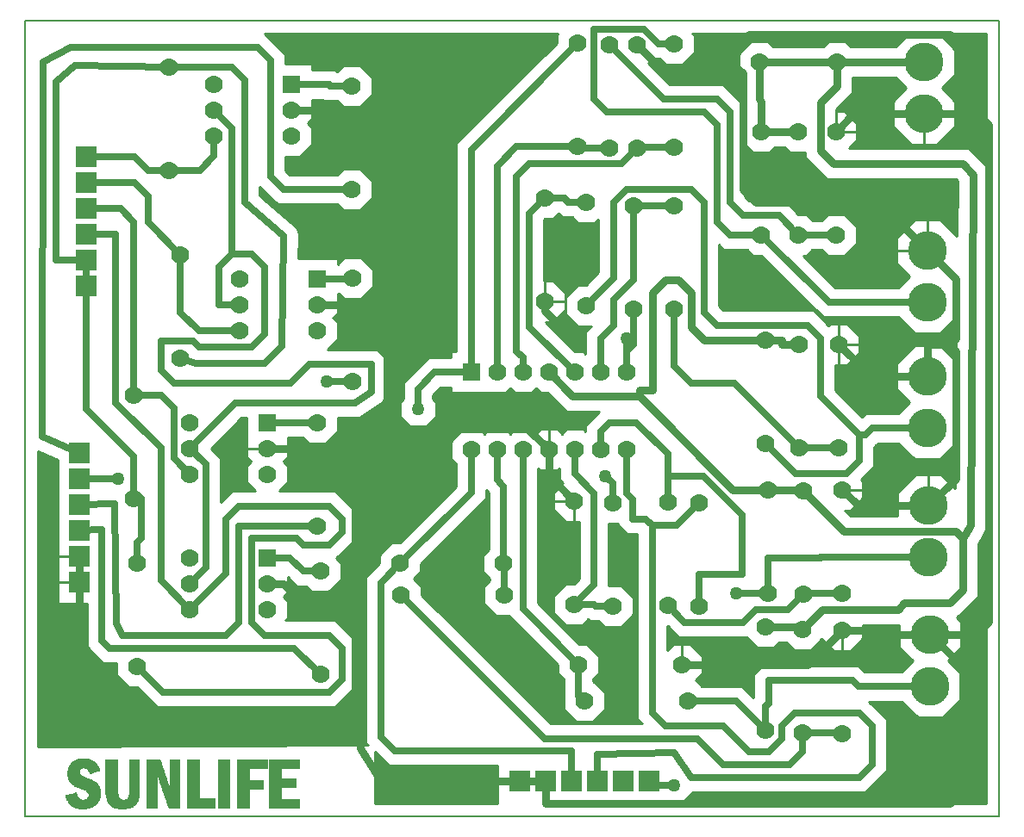
<source format=gbr>
G04 PROTEUS RS274X GERBER FILE*
%FSLAX45Y45*%
%MOMM*%
G01*
%ADD10C,0.635000*%
%ADD11C,0.762000*%
%ADD12C,1.270000*%
%ADD13C,0.762000*%
%ADD14C,0.254000*%
%ADD15C,3.810000*%
%ADD16C,1.778000*%
%ADD17R,1.778000X1.778000*%
%ADD18R,2.032000X2.032000*%
%ADD19C,0.203200*%
%ADD70C,0.063500*%
G36*
X-277728Y+3722772D02*
X-234951Y+3679995D01*
X-234951Y+3583199D01*
X+25199Y+3583199D01*
X+25199Y+3526049D01*
X+250995Y+3526049D01*
X+264995Y+3512049D01*
X+270682Y+3512049D01*
X+327832Y+3569199D01*
X+496168Y+3569199D01*
X+615199Y+3450168D01*
X+615199Y+3281832D01*
X+496168Y+3162801D01*
X+327832Y+3162801D01*
X+270682Y+3219951D01*
X+144005Y+3219951D01*
X+130005Y+3233951D01*
X+25199Y+3233951D01*
X+25199Y+3041832D01*
X-17633Y+2999000D01*
X+25199Y+2956168D01*
X+25199Y+2787832D01*
X-93832Y+2668801D01*
X-234951Y+2668801D01*
X-234951Y+2537495D01*
X-193505Y+2496049D01*
X+270682Y+2496049D01*
X+327832Y+2553199D01*
X+496168Y+2553199D01*
X+615199Y+2434168D01*
X+615199Y+2265832D01*
X+496168Y+2146801D01*
X+327832Y+2146801D01*
X+270682Y+2203951D01*
X-314495Y+2203951D01*
X-488951Y+2378407D01*
X-488951Y+2289343D01*
X-129912Y+1979265D01*
X-103375Y+1919834D01*
X-103977Y+1887296D01*
X-107942Y+1673199D01*
X+275199Y+1673199D01*
X+275199Y+1616566D01*
X+337832Y+1679199D01*
X+506168Y+1679199D01*
X+625199Y+1560168D01*
X+625199Y+1391832D01*
X+506168Y+1272801D01*
X+337832Y+1272801D01*
X+286682Y+1323951D01*
X+275199Y+1323951D01*
X+275199Y+1131832D01*
X+232367Y+1089000D01*
X+275199Y+1046168D01*
X+275199Y+877832D01*
X+176970Y+779603D01*
X+671340Y+775551D01*
X+756049Y+690145D01*
X+756049Y+322664D01*
X+720211Y+257152D01*
X+487259Y+107951D01*
X+279199Y+107951D01*
X+279199Y-28168D01*
X+160168Y-147199D01*
X-8168Y-147199D01*
X-65318Y-90049D01*
X-210801Y-90049D01*
X-210801Y-278168D01*
X-253633Y-321000D01*
X-210801Y-363832D01*
X-210801Y-532168D01*
X-294584Y-615951D01*
X+250995Y-615951D01*
X+463549Y-828505D01*
X+463549Y-1076495D01*
X+264706Y-1275338D01*
X+309199Y-1319832D01*
X+309199Y-1488168D01*
X+190168Y-1607199D01*
X+21832Y-1607199D01*
X-35318Y-1550049D01*
X-123995Y-1550049D01*
X-210801Y-1463243D01*
X-210801Y-1608168D01*
X-253633Y-1651000D01*
X-210801Y-1693832D01*
X-210801Y-1862168D01*
X-234584Y-1885951D01*
X+250995Y-1885951D01*
X+463549Y-2098505D01*
X+463549Y-2526995D01*
X+250995Y-2739549D01*
X-1500995Y-2739549D01*
X-1697345Y-2543199D01*
X-1778168Y-2543199D01*
X-1897199Y-2424168D01*
X-1897199Y-2305049D01*
X-2028995Y-2305049D01*
X-2184730Y-2149314D01*
X-2185216Y-1721899D01*
X-2475899Y-1721899D01*
X-2475899Y-310095D01*
X-2665540Y-222289D01*
X-2665540Y-3129853D01*
X+572116Y-3110408D01*
X+552451Y-3090951D01*
X+552451Y-1460005D01*
X+687903Y-1324553D01*
X+687903Y-1243730D01*
X+806934Y-1124699D01*
X+887757Y-1124699D01*
X+1441951Y-570505D01*
X+1441951Y-351318D01*
X+1384801Y-294168D01*
X+1384801Y-125832D01*
X+1503832Y-6801D01*
X+1672168Y-6801D01*
X+1715000Y-49633D01*
X+1757832Y-6801D01*
X+1926168Y-6801D01*
X+1969000Y-49633D01*
X+2011832Y-6801D01*
X+2180168Y-6801D01*
X+2223000Y-49633D01*
X+2265832Y-6801D01*
X+2434168Y-6801D01*
X+2477000Y-49633D01*
X+2519832Y-6801D01*
X+2688168Y-6801D01*
X+2711951Y-30584D01*
X+2711951Y+28495D01*
X+2848557Y+165101D01*
X+2521375Y+165101D01*
X+2337675Y+348801D01*
X+2265832Y+348801D01*
X+2223000Y+391633D01*
X+2180168Y+348801D01*
X+2011832Y+348801D01*
X+1969000Y+391633D01*
X+1926168Y+348801D01*
X+1384801Y+348801D01*
X+1384801Y+405951D01*
X+1290495Y+405951D01*
X+1214049Y+329505D01*
X+1214049Y+295397D01*
X+1245799Y+263647D01*
X+1245799Y+116353D01*
X+1141647Y+12201D01*
X+994353Y+12201D01*
X+890201Y+116353D01*
X+890201Y+263647D01*
X+921951Y+295397D01*
X+921951Y+450495D01*
X+1169505Y+698049D01*
X+1384801Y+698049D01*
X+1384801Y+755199D01*
X+1441951Y+755199D01*
X+1441951Y+2804495D01*
X+2426801Y+3789345D01*
X+2426801Y+3870168D01*
X+2442173Y+3885540D01*
X-440496Y+3885540D01*
X-277728Y+3722772D01*
G37*
%LPC*%
G36*
X+1311750Y+326849D02*
X+1311750Y+353151D01*
X+1293151Y+371750D01*
X+1266849Y+371750D01*
X+1248250Y+353151D01*
X+1248250Y+326849D01*
X+1266849Y+308250D01*
X+1293151Y+308250D01*
X+1311750Y+326849D01*
G37*
%LPD*%
G36*
X+3783199Y+3864168D02*
X+3783199Y+3695832D01*
X+3664168Y+3576801D01*
X+3495832Y+3576801D01*
X+3438682Y+3633951D01*
X+3368505Y+3633951D01*
X+3366912Y+3635544D01*
X+3328956Y+3597588D01*
X+3541995Y+3384549D01*
X+4060995Y+3384549D01*
X+4265601Y+3179943D01*
X+4265601Y+3465032D01*
X+4214801Y+3515832D01*
X+4214801Y+3684168D01*
X+4333832Y+3803199D01*
X+4502168Y+3803199D01*
X+4552968Y+3752399D01*
X+5045032Y+3752399D01*
X+5095832Y+3803199D01*
X+5264168Y+3803199D01*
X+5314968Y+3752399D01*
X+5761348Y+3752399D01*
X+5894489Y+3885540D01*
X+3761827Y+3885540D01*
X+3783199Y+3864168D01*
G37*
G36*
X+6344799Y+3726252D02*
X+6344799Y+3473748D01*
X+6217051Y+3346000D01*
X+6344799Y+3218252D01*
X+6344799Y+2965748D01*
X+6166252Y+2787201D01*
X+5913748Y+2787201D01*
X+5735201Y+2965748D01*
X+5735201Y+3218252D01*
X+5862949Y+3346000D01*
X+5761348Y+3447601D01*
X+5332399Y+3447601D01*
X+5332399Y+3302375D01*
X+5168899Y+3138875D01*
X+5168899Y+3119199D01*
X+5254168Y+3119199D01*
X+5373199Y+3000168D01*
X+5373199Y+2831832D01*
X+5297266Y+2755899D01*
X+6476625Y+2755899D01*
X+6645540Y+2586984D01*
X+6645540Y+3885540D01*
X+6185511Y+3885540D01*
X+6344799Y+3726252D01*
G37*
G36*
X+640000Y-3685540D02*
X+1848101Y-3685540D01*
X+1848101Y-3316049D01*
X+779961Y-3316049D01*
X+737280Y-3273821D01*
X+640000Y-3177572D01*
X+640000Y-3685540D01*
G37*
G36*
X+6642050Y-992793D02*
X+6565899Y-1140626D01*
X+6565899Y-1650625D01*
X+6358788Y-1857736D01*
X+6404799Y-1903748D01*
X+6404799Y-2156252D01*
X+6277051Y-2284000D01*
X+6404799Y-2411748D01*
X+6404799Y-2664252D01*
X+6226252Y-2842799D01*
X+5973748Y-2842799D01*
X+5814998Y-2684049D01*
X+5494093Y-2684049D01*
X+5670549Y-2860505D01*
X+5670549Y-3362495D01*
X+5457995Y-3575049D01*
X+3757799Y-3575049D01*
X+3757799Y-3583647D01*
X+3655906Y-3685540D01*
X+6645540Y-3685540D01*
X+6645540Y-570499D01*
X+6642050Y-992793D01*
G37*
G36*
X+4273549Y+2282995D02*
X+4314995Y+2241549D01*
X+4670995Y+2241549D01*
X+4803345Y+2109199D01*
X+4884168Y+2109199D01*
X+4947318Y+2046049D01*
X+5028682Y+2046049D01*
X+5085832Y+2103199D01*
X+5254168Y+2103199D01*
X+5373199Y+1984168D01*
X+5373199Y+1815832D01*
X+5254168Y+1696801D01*
X+5085832Y+1696801D01*
X+5028682Y+1753951D01*
X+4935318Y+1753951D01*
X+4884168Y+1702801D01*
X+4849743Y+1702801D01*
X+5164495Y+1388049D01*
X+5784998Y+1388049D01*
X+5892949Y+1496000D01*
X+5765201Y+1623748D01*
X+5765201Y+1876252D01*
X+5943748Y+2054799D01*
X+6196252Y+2054799D01*
X+6361068Y+1889983D01*
X+6365579Y+2435897D01*
X+6350375Y+2451101D01*
X+5080375Y+2451101D01*
X+4864101Y+2667375D01*
X+4864101Y+2718801D01*
X+4715832Y+2718801D01*
X+4665032Y+2769601D01*
X+4574968Y+2769601D01*
X+4524168Y+2718801D01*
X+4355832Y+2718801D01*
X+4273549Y+2801084D01*
X+4273549Y+2282995D01*
G37*
G36*
X+2394168Y+2060301D02*
X+2313345Y+2060301D01*
X+2305049Y+2052005D01*
X+2305049Y+1450699D01*
X+2394168Y+1450699D01*
X+2513199Y+1331668D01*
X+2513199Y+1163332D01*
X+2394168Y+1044301D01*
X+2318243Y+1044301D01*
X+2607345Y+755199D01*
X+2688168Y+755199D01*
X+2711951Y+731416D01*
X+2711951Y+949995D01*
X+2768757Y+1006801D01*
X+2635832Y+1006801D01*
X+2516801Y+1125832D01*
X+2516801Y+1294168D01*
X+2635832Y+1413199D01*
X+2716655Y+1413199D01*
X+2838451Y+1534995D01*
X+2838451Y+2057084D01*
X+2804168Y+2022801D01*
X+2635832Y+2022801D01*
X+2578682Y+2079951D01*
X+2479505Y+2079951D01*
X+2446662Y+2112794D01*
X+2394168Y+2060301D01*
G37*
%LPC*%
G36*
X+2501750Y+986849D02*
X+2501750Y+1013151D01*
X+2483151Y+1031750D01*
X+2456849Y+1031750D01*
X+2438250Y+1013151D01*
X+2438250Y+986849D01*
X+2456849Y+968250D01*
X+2483151Y+968250D01*
X+2501750Y+986849D01*
G37*
%LPD*%
G36*
X+4019549Y+1203495D02*
X+4060995Y+1162049D01*
X+4949995Y+1162049D01*
X+5097338Y+1014706D01*
X+5115832Y+1033199D01*
X+5284168Y+1033199D01*
X+5403199Y+914168D01*
X+5403199Y+745832D01*
X+5284168Y+626801D01*
X+5162549Y+626801D01*
X+5162549Y+377995D01*
X+5429250Y+111294D01*
X+5466005Y+148049D01*
X+5784998Y+148049D01*
X+5892949Y+256000D01*
X+5765201Y+383748D01*
X+5765201Y+636252D01*
X+5943748Y+814799D01*
X+6196252Y+814799D01*
X+6350904Y+660147D01*
X+6354501Y+1095450D01*
X+6196252Y+937201D01*
X+5943748Y+937201D01*
X+5784998Y+1095951D01*
X+5043505Y+1095951D01*
X+4436655Y+1702801D01*
X+4355832Y+1702801D01*
X+4298682Y+1759951D01*
X+4067005Y+1759951D01*
X+4019549Y+1807407D01*
X+4019549Y+1203495D01*
G37*
G36*
X+5564272Y-166772D02*
X+5543549Y-187495D01*
X+5543549Y-377995D01*
X+5419456Y-502088D01*
X+5433199Y-515832D01*
X+5433199Y-684168D01*
X+5314168Y-803199D01*
X+5254723Y-803199D01*
X+5313125Y-861601D01*
X+5775201Y-861601D01*
X+5775201Y-633748D01*
X+5953748Y-455201D01*
X+6206252Y-455201D01*
X+6340576Y-589525D01*
X+6344168Y-154883D01*
X+6196252Y-302799D01*
X+5943748Y-302799D01*
X+5784998Y-144049D01*
X+5586995Y-144049D01*
X+5564272Y-166772D01*
G37*
G36*
X+2242049Y-1712152D02*
X+2646698Y-2116801D01*
X+2727521Y-2116801D01*
X+2846552Y-2235832D01*
X+2846552Y-2404168D01*
X+2789402Y-2461318D01*
X+2789402Y-2484682D01*
X+2900552Y-2595832D01*
X+2900552Y-2764168D01*
X+2781521Y-2883199D01*
X+2613185Y-2883199D01*
X+2494154Y-2764168D01*
X+2494154Y-2595832D01*
X+2497304Y-2592682D01*
X+2497304Y-2461318D01*
X+2440154Y-2404168D01*
X+2440154Y-2323345D01*
X+1957906Y-1841097D01*
X+1828934Y-1841097D01*
X+1709903Y-1722066D01*
X+1709903Y-1553730D01*
X+1767053Y-1496580D01*
X+1767053Y-1475216D01*
X+1703903Y-1412066D01*
X+1703903Y-1243730D01*
X+1761053Y-1186580D01*
X+1761053Y-631995D01*
X+1734049Y-604991D01*
X+1734049Y-691495D01*
X+1094301Y-1331243D01*
X+1094301Y-1412066D01*
X+1026469Y-1479898D01*
X+1100301Y-1553730D01*
X+1100301Y-1634553D01*
X+2367699Y-2901951D01*
X+3266907Y-2901951D01*
X+3219451Y-2854495D01*
X+3219451Y-1035049D01*
X+3114505Y-1035049D01*
X+3028951Y-949495D01*
X+3028951Y-930450D01*
X+2940049Y-930450D01*
X+2940049Y-1540052D01*
X+3062168Y-1540052D01*
X+3181199Y-1659083D01*
X+3181199Y-1827419D01*
X+3062168Y-1946450D01*
X+2893832Y-1946450D01*
X+2836682Y-1889300D01*
X+2750109Y-1889300D01*
X+2737412Y-1876602D01*
X+2684168Y-1929846D01*
X+2515832Y-1929846D01*
X+2396801Y-1810815D01*
X+2396801Y-1642479D01*
X+2515832Y-1523448D01*
X+2596655Y-1523448D01*
X+2647951Y-1472152D01*
X+2647951Y-913846D01*
X+2515832Y-913846D01*
X+2396801Y-794815D01*
X+2396801Y-626479D01*
X+2487868Y-535412D01*
X+2457951Y-505495D01*
X+2457951Y-389416D01*
X+2434168Y-413199D01*
X+2265832Y-413199D01*
X+2242049Y-389416D01*
X+2242049Y-1712152D01*
G37*
G36*
X+5433199Y-2064168D02*
X+5314168Y-2183199D01*
X+5145832Y-2183199D01*
X+5032000Y-2069367D01*
X+4924168Y-2177199D01*
X+4755832Y-2177199D01*
X+4685032Y-2106399D01*
X+4614968Y-2106399D01*
X+4564168Y-2157199D01*
X+4395832Y-2157199D01*
X+4289682Y-2051049D01*
X+3623756Y-2051049D01*
X+3518655Y-1945948D01*
X+3511549Y-1945948D01*
X+3511549Y-2180437D01*
X+3575185Y-2116801D01*
X+3743521Y-2116801D01*
X+3862552Y-2235832D01*
X+3862552Y-2404168D01*
X+3789919Y-2476801D01*
X+3797521Y-2476801D01*
X+3854671Y-2533951D01*
X+4250495Y-2533951D01*
X+4360250Y-2643706D01*
X+4362451Y-2641505D01*
X+4362451Y-2416005D01*
X+4448005Y-2330451D01*
X+5394495Y-2330451D01*
X+5455995Y-2391951D01*
X+5814998Y-2391951D01*
X+5922949Y-2284000D01*
X+5795201Y-2156252D01*
X+5795201Y-1930399D01*
X+5433199Y-1930399D01*
X+5433199Y-2064168D01*
G37*
G36*
X-969456Y-194000D02*
X-869951Y-293505D01*
X-869951Y-726907D01*
X-758995Y-615951D01*
X-533416Y-615951D01*
X-617199Y-532168D01*
X-617199Y-363832D01*
X-574367Y-321000D01*
X-617199Y-278168D01*
X-617199Y+107951D01*
X-667506Y+107951D01*
X-969456Y-194000D01*
G37*
D10*
X+3220000Y+2760000D02*
X+3063500Y+2603500D01*
X+2159000Y+2603500D01*
X+2032000Y+2476500D01*
X+2032000Y+762500D01*
X+2096000Y+698500D01*
X+2096000Y+552000D01*
X+3220000Y+2760000D02*
X+3224000Y+2764000D01*
X+3580000Y+2764000D01*
X+2630000Y+2770000D02*
X+2032000Y+2770000D01*
X+1842000Y+2580000D01*
X+1842000Y+552000D01*
X+2630000Y+2770000D02*
X+2646000Y+2754000D01*
X+2950000Y+2754000D01*
X+1588000Y+552000D02*
X+1588000Y+2744000D01*
X+2630000Y+3786000D01*
X+4800000Y+1906000D02*
X+4610500Y+2095500D01*
X+4254500Y+2095500D01*
X+4127500Y+2222500D01*
X+4127500Y+3111500D01*
X+4000500Y+3238500D01*
X+3481500Y+3238500D01*
X+2950000Y+3770000D01*
X+4800000Y+1906000D02*
X+4806000Y+1900000D01*
X+5170000Y+1900000D01*
X+4440000Y+1906000D02*
X+4127500Y+1906000D01*
X+4000500Y+2033000D01*
X+4000500Y+2984500D01*
X+3873500Y+3111500D01*
X+2921000Y+3111500D01*
X+2794000Y+3238500D01*
X+2794000Y+3926020D01*
X+3282980Y+3926020D01*
X+3429000Y+3780000D01*
X+3580000Y+3780000D01*
X+4440000Y+1906000D02*
X+5104000Y+1242000D01*
X+6070000Y+1242000D01*
X+2310000Y+2263500D02*
X+2159000Y+2112500D01*
X+2159000Y+997000D01*
X+2604000Y+552000D01*
X+2540000Y+2226000D02*
X+2720000Y+2226000D01*
X+2310000Y+2263500D02*
X+2502500Y+2263500D01*
X+2540000Y+2226000D01*
X+3180000Y+2193500D02*
X+3180000Y+1460500D01*
X+2984500Y+1265000D01*
X+2984500Y+1016000D01*
X+2858000Y+889500D01*
X+2858000Y+552000D01*
X+3180000Y+2193500D02*
X+3576000Y+2193500D01*
X+3580000Y+2189500D01*
X+4810000Y-190000D02*
X+4175500Y+444500D01*
X+3746500Y+444500D01*
X+3580000Y+611000D01*
X+3580000Y+1173500D01*
X+4810000Y-190000D02*
X+5196000Y-190000D01*
X+5200000Y-186000D01*
X+5397500Y-63500D02*
X+5397500Y-317500D01*
X+5270500Y-444500D01*
X+4774500Y-444500D01*
X+4480000Y-150000D01*
X+5397500Y-63500D02*
X+5016500Y+317500D01*
X+5016500Y+889000D01*
X+4889500Y+1016000D01*
X+4000500Y+1016000D01*
X+3873500Y+1143000D01*
X+3873500Y+2222500D01*
X+3746500Y+2349500D01*
X+3111500Y+2349500D01*
X+2984500Y+2222500D01*
X+2984500Y+1474500D01*
X+2720000Y+1210000D01*
X+5397500Y-63500D02*
X+5461000Y-63500D01*
X+5526500Y+2000D01*
X+6070000Y+2000D01*
X+2600000Y-1726647D02*
X+2794000Y-1532647D01*
X+2794000Y-635000D01*
X+2604000Y-445000D01*
X+2604000Y-210000D01*
X+2600000Y-1726647D02*
X+2794000Y-1726647D01*
X+2810604Y-1743251D01*
X+2978000Y-1743251D01*
X+3175000Y-889000D02*
X+3302000Y-889000D01*
X+3365500Y-952500D01*
X+3606751Y-952500D01*
X+3828000Y-731251D01*
X+3175000Y-889000D02*
X+3175000Y-698500D01*
X+3112000Y-635500D01*
X+3112000Y-210000D01*
X+4850000Y-1630000D02*
X+4702000Y-1778000D01*
X+4381500Y-1778000D01*
X+4254500Y-1905000D01*
X+3684251Y-1905000D01*
X+3522000Y-1742749D01*
X+4850000Y-1630000D02*
X+4864000Y-1616000D01*
X+5230000Y-1616000D01*
X+4500000Y-1270000D02*
X+5016500Y-1270000D01*
X+5018500Y-1268000D01*
X+6080000Y-1268000D01*
X+4500000Y-1270000D02*
X+4500000Y-1620000D01*
X-178000Y+3380000D02*
X+190500Y+3380000D01*
X+204500Y+3366000D01*
X+412000Y+3366000D01*
X-1378000Y+2540000D02*
X-1079500Y+2540000D01*
X-940000Y+2679500D01*
X-940000Y+2872000D01*
X-1378000Y+2540000D02*
X-1587500Y+2540000D01*
X-1719500Y+2672000D01*
X-2190000Y+2672000D01*
X+2643353Y-2320000D02*
X+2643353Y-2626000D01*
X+2697353Y-2680000D01*
X+2643353Y-2320000D02*
X+2096000Y-1772647D01*
X+2096000Y-210000D01*
X+1907102Y-1327898D02*
X+1907102Y-571500D01*
X+1842000Y-506398D01*
X+1842000Y-210000D01*
X+1907102Y-1327898D02*
X+1913102Y-1333898D01*
X+1913102Y-1637898D01*
X+891102Y-1327898D02*
X+1588000Y-631000D01*
X+1588000Y-210000D01*
X+4840000Y-2990000D02*
X+4840000Y-3175000D01*
X+4713000Y-3302000D01*
X+4064000Y-3302000D01*
X+3810000Y-3048000D01*
X+2307204Y-3048000D01*
X+897102Y-1637898D01*
X+4840000Y-2990000D02*
X+5224000Y-2990000D01*
X+5230000Y-2996000D01*
X+4480000Y-2970000D02*
X+4190000Y-2680000D01*
X+3713353Y-2680000D01*
X+4480000Y-2970000D02*
X+4480000Y-2730500D01*
X+4508500Y-2702000D01*
X+4508500Y-2476500D01*
X+5334000Y-2476500D01*
X+5395500Y-2538000D01*
X+6100000Y-2538000D01*
X+422000Y+1476000D02*
X+416000Y+1470000D01*
X+72000Y+1470000D01*
X-1268000Y+1710000D02*
X-1268000Y+1143000D01*
X-1087001Y+962001D01*
X-690000Y+962000D01*
X-690000Y+962001D01*
X-1268000Y+1710000D02*
X-1587500Y+2029500D01*
X-1587500Y+2286000D01*
X-1719500Y+2418000D01*
X-2190000Y+2418000D01*
X-414000Y+60000D02*
X-410000Y+56000D01*
X+76000Y+56000D01*
X-1724000Y+330000D02*
X-1724000Y+2032000D01*
X-1856000Y+2164000D01*
X-2190000Y+2164000D01*
X-1724000Y+330000D02*
X-1460500Y+330000D01*
X-1333500Y+203000D01*
X-1333500Y-290499D01*
X-1176000Y-448000D01*
X-1176000Y-447999D01*
X+106000Y-1404000D02*
X-63500Y-1404000D01*
X-197500Y-1270000D01*
X-414000Y-1270000D01*
X-1176000Y-1778000D02*
X-1460500Y-1493499D01*
X-1460500Y-190500D01*
X-1905000Y+254000D01*
X-1905000Y+1910000D01*
X-2190000Y+1910000D01*
X-1176000Y-1777999D02*
X-1176000Y-1778000D01*
D11*
X-2260000Y-1506000D02*
X-2260000Y-2730500D01*
X-2133000Y-2857500D01*
X+381000Y-2857500D01*
X+444500Y-2730500D02*
X+444500Y-2857500D01*
X+381000Y-2857500D01*
X+2350000Y-210000D02*
X+2350000Y-460647D01*
X+2600000Y-710647D01*
X+762000Y+0D02*
X+762000Y-63500D01*
X+580699Y-244801D01*
X+444500Y-244801D01*
X+2318000Y-3470000D02*
X+2318000Y-3469999D01*
X+2064000Y-3469999D01*
X+2064000Y-3470000D01*
X+444500Y-244801D02*
X+393699Y-194000D01*
X-414000Y-194000D01*
X+762000Y+0D02*
X+762000Y+1079500D01*
X+635000Y+1206500D01*
X+381000Y-1651000D02*
X+444500Y-1714500D01*
X+444500Y-2730500D01*
X+381000Y-1651000D02*
X+444500Y-1587500D01*
X+444500Y-244801D01*
X+5230000Y-1980000D02*
X+4890000Y-2320000D01*
X+3659353Y-2320000D01*
X+4191000Y+3556000D02*
X+3440000Y+3556000D01*
X+3220000Y+3776000D01*
X+6070000Y+1750000D02*
X+5597500Y+2222500D01*
X+4381500Y+2222500D01*
X+4254500Y+2349500D01*
X+4254500Y+3492500D01*
X+4191000Y+3556000D01*
X+4191000Y+3746500D01*
X+4318000Y+3873500D01*
X+6286500Y+3873500D01*
X+6413500Y+3746500D01*
X+6413500Y+3238500D01*
X+6040000Y+3092000D02*
X+5346000Y+3092000D01*
X+5170000Y+2916000D01*
X+6080000Y-760000D02*
X+5390000Y-760000D01*
X+5230000Y-600000D01*
X+698500Y+2984500D02*
X+557000Y+3126000D01*
X-178000Y+3126000D01*
X+381000Y-1651000D02*
X-127000Y-1651000D01*
X-254000Y-1524000D01*
X-414000Y-1524000D01*
X+6040000Y+3092000D02*
X+6413500Y+3092000D01*
X+6413500Y+3238500D01*
X+6100000Y-2030000D02*
X+5651500Y-2030000D01*
X+5601500Y-1980000D01*
X+5230000Y-1980000D01*
X+635000Y+1206500D02*
X+517500Y+1206500D01*
X+508000Y+1216000D01*
X+72000Y+1216000D01*
X+6070000Y+510000D02*
X+5520000Y+510000D01*
X+5200000Y+830000D01*
X+698500Y+2984500D02*
X+698500Y+1270000D01*
X+698500Y+1206500D01*
X+635000Y+1206500D01*
X+6070000Y+1750000D02*
X+6350000Y+1470000D01*
X+6350000Y+889000D01*
X+6286500Y+825500D01*
X+6100000Y-2030000D02*
X+6540500Y-2030000D01*
X+6667500Y-1903000D01*
X+6667500Y+2984500D01*
X+6413500Y+3238500D01*
X+6070000Y+510000D02*
X+6070000Y+825500D01*
X+6286500Y+825500D01*
X-2260000Y-1506000D02*
X-2260000Y-1252000D01*
X+6080000Y-760000D02*
X+6350000Y-490000D01*
X+6350000Y+762000D01*
X+6286500Y+825500D01*
D10*
X-2190000Y+1402000D02*
X-2190000Y+190500D01*
X-1724000Y-275500D01*
X-1724000Y-686000D01*
X-2190000Y+1656000D02*
X-2190000Y+1402000D01*
D11*
X+4500000Y-604000D02*
X+4160000Y-604000D01*
X+3238500Y+317500D01*
X+3365500Y+381000D02*
X+3238500Y+381000D01*
X+3238500Y+317500D01*
X+4480000Y+866000D02*
X+3873500Y+866000D01*
X+3746500Y+993000D01*
X+3746500Y+1333500D01*
X+3619500Y+1460500D01*
X+3492500Y+1460500D01*
X+3365500Y+1333500D01*
X+3365500Y+381000D01*
X+3238500Y+317500D02*
X+2584500Y+317500D01*
X+2350000Y+552000D01*
X+4850000Y-614000D02*
X+4840001Y-604001D01*
X+4500001Y-604001D01*
X+4500000Y-604000D01*
X+4840000Y-1974000D02*
X+5036000Y-1778000D01*
X+5778500Y-1778000D01*
X+5842000Y-1714500D01*
X+6286500Y-1714500D01*
X+6413500Y-1587500D01*
X+6413500Y-1077500D01*
X+4850000Y-614000D02*
X+5250000Y-1014000D01*
X+6350000Y-1014000D01*
X+6413500Y-1077500D01*
X+5180000Y+3600000D02*
X+4418000Y+3600000D01*
X+4418000Y+3238500D01*
X+4440000Y+3216500D01*
X+4440000Y+2922000D01*
X+4480000Y+866000D02*
X+4635500Y+866000D01*
X+4635500Y+826000D01*
X+4810000Y+826000D01*
X+4840000Y-1974000D02*
X+4820000Y-1954000D01*
X+4480000Y-1954000D01*
X+5180000Y+3600000D02*
X+6040000Y+3600000D01*
X+4440000Y+2922000D02*
X+4800000Y+2922000D01*
D10*
X-762000Y+1714500D02*
X-889000Y+1587500D01*
X-889000Y+1216001D01*
X-690000Y+1216000D01*
X-690000Y+1216001D01*
X-762000Y+1714500D02*
X-762000Y+2948000D01*
X-940000Y+3126000D01*
X-1176000Y-193999D02*
X-1176000Y-194000D01*
X-1016000Y-353999D01*
X-1016000Y-1363999D01*
X-1176000Y-1524000D01*
X-1176000Y-1523999D01*
D11*
X+2064000Y-3470000D02*
X+700000Y-3470000D01*
X+499695Y-3142825D01*
X+500000Y-2830000D01*
D10*
X+422000Y+460000D02*
X+170000Y+460000D01*
X-1880000Y-490000D02*
X-2260000Y-490000D01*
X+1588000Y+552000D02*
X+1230000Y+552000D01*
X+1068000Y+390000D01*
X+1068000Y+190000D01*
X+3580000Y-3510000D02*
X+3435600Y-3510000D01*
X+3334000Y-3470000D01*
X+2978000Y-727251D02*
X+2978000Y-540000D01*
X+2908000Y-470000D01*
X+4190000Y-1620000D02*
X+4500000Y-1620000D01*
X+3828000Y-1747251D02*
X+3828000Y-1430000D01*
X+4250000Y-1430000D01*
X+4250000Y-850000D01*
X+3869250Y-469250D01*
X+3580750Y-469250D01*
X+3522000Y-726749D02*
X+3522000Y-571500D01*
X+3522000Y-469250D01*
X+3522000Y-250000D01*
X+3212000Y+60000D01*
X+2950000Y+60000D01*
X+2858000Y-32000D01*
X+2858000Y-210000D01*
X+3580750Y-469250D02*
X+3522000Y-469250D01*
D11*
X+2350000Y-210000D02*
X+2140000Y+0D01*
X+2010000Y+130000D01*
X+1280000Y+130000D01*
X+1280000Y+340000D01*
X+2470000Y+1000000D02*
X+2311400Y+1158600D01*
X+2310000Y+1247500D01*
X+2140000Y+0D02*
X+762000Y+0D01*
D10*
X+3112000Y+552000D02*
X+3112000Y+762000D01*
X+3180000Y+830000D01*
X+3180000Y+1177500D01*
X+3112000Y+762000D02*
X+3112000Y+890000D01*
D11*
X+2318000Y-3470000D02*
X+2318000Y-3683000D01*
X+6286500Y-3683000D01*
X+6413500Y-3556000D01*
X+6413500Y-2343500D01*
X+6100000Y-2030000D01*
D10*
X+3365500Y-952500D02*
X+3365500Y-2794000D01*
X+3492500Y-2921000D01*
X+4064000Y-2921000D01*
X+4318000Y-3175000D01*
X+4508500Y-3175000D01*
X+4635500Y-3048000D01*
X+4635500Y-2921000D01*
X+4762500Y-2794000D01*
X+5397500Y-2794000D01*
X+5524500Y-2921000D01*
X+5524500Y-3302000D01*
X+5397500Y-3429000D01*
X+3746500Y-3429000D01*
X+3580000Y-3190000D01*
X+2829724Y-3199996D01*
X+2826000Y-3470000D01*
X+891102Y-1327898D02*
X+698500Y-1520500D01*
X+698500Y-3030000D01*
X+840000Y-3170000D01*
X+2570000Y-3170000D01*
X+2572000Y-3470000D01*
X+412000Y+2350000D02*
X-254000Y+2350000D01*
X-381000Y+2477000D01*
X-381000Y+3619500D01*
X-508000Y+3746500D01*
X-2349500Y+3746500D01*
X-2620000Y+3600000D01*
X-2622549Y-79995D01*
X-2260000Y-236000D01*
X-2190000Y+1656000D02*
X-2490000Y+1660000D01*
X-2490000Y+3410000D01*
X-2299753Y+3568384D01*
X-1378000Y+3556000D01*
X-1176000Y-194000D02*
X-728001Y+254000D01*
X+444500Y+254000D01*
X+610000Y+360000D01*
X+610000Y+630000D01*
X+0Y+635000D01*
X-190500Y+444500D01*
X-1333500Y+444500D01*
X-1460500Y+571500D01*
X-1460500Y+856576D01*
X-1143000Y+856576D01*
X-1085849Y+799425D01*
X-571500Y+799425D01*
X-444500Y+926425D01*
X-444500Y+1587500D01*
X-571500Y+1714500D01*
X-762000Y+1714500D01*
X-1176000Y-1778000D02*
X-825500Y-1427499D01*
X-825500Y-889000D01*
X-698500Y-762000D01*
X+190500Y-762000D01*
X+317500Y-889000D01*
X+317500Y-1016000D01*
X+190500Y-1143000D01*
X-63500Y-1143000D01*
X-127000Y-1079500D01*
X-571500Y-1079500D01*
X-571500Y-1905000D01*
X-444500Y-2032000D01*
X+190500Y-2032000D01*
X+317500Y-2159000D01*
X+317500Y-2466500D01*
X+190500Y-2593500D01*
X-1440500Y-2593500D01*
X-1694000Y-2340000D01*
X-1724000Y-686000D02*
X-1654000Y-686000D01*
X-1654000Y-1079500D01*
X-1694000Y-1119500D01*
X-1694000Y-1324000D01*
X+76000Y-960000D02*
X-698500Y-960000D01*
X-698500Y-1905000D01*
X-825500Y-2032000D01*
X-1841500Y-2032000D01*
X-1900000Y-1920000D01*
X-1910000Y-740000D01*
X-2260000Y-744000D01*
X-2260000Y-998000D02*
X-2040000Y-990000D01*
X-2038750Y-2088750D01*
X-1968500Y-2159000D01*
X-155000Y-2159000D01*
X+106000Y-2420000D01*
X-1378000Y+3556000D02*
X-762000Y+3556000D01*
X-635000Y+3429000D01*
X-635000Y+2222500D01*
X-250000Y+1890000D01*
X-270000Y+810000D01*
X-440000Y+640000D01*
X-1120000Y+640000D01*
X-1268000Y+694000D01*
D11*
X+5180000Y+3600000D02*
X+5180000Y+3365500D01*
X+5016500Y+3202000D01*
X+5016500Y+2730500D01*
X+5143500Y+2603500D01*
X+6413500Y+2603500D01*
X+6518500Y+2498500D01*
X+6490000Y-950000D01*
X+6413500Y-1077500D01*
D12*
X+170000Y+460000D03*
X-1880000Y-490000D03*
X+1068000Y+190000D03*
X+3580000Y-3510000D03*
X+2908000Y-470000D03*
X+4190000Y-1620000D03*
D13*
X+1280000Y+340000D03*
X+2470000Y+1000000D03*
D12*
X+3112000Y+890000D03*
D14*
X-277728Y+3722772D02*
X-234951Y+3679995D01*
X-234951Y+3583199D01*
X+25199Y+3583199D01*
X+25199Y+3526049D01*
X+250995Y+3526049D01*
X+264995Y+3512049D01*
X+270682Y+3512049D01*
X+327832Y+3569199D01*
X+496168Y+3569199D01*
X+615199Y+3450168D01*
X+615199Y+3281832D01*
X+496168Y+3162801D01*
X+327832Y+3162801D01*
X+270682Y+3219951D01*
X+144005Y+3219951D01*
X+130005Y+3233951D01*
X+25199Y+3233951D01*
X+25199Y+3041832D01*
X-17633Y+2999000D01*
X+25199Y+2956168D01*
X+25199Y+2787832D01*
X-93832Y+2668801D01*
X-234951Y+2668801D01*
X-234951Y+2537495D01*
X-193505Y+2496049D01*
X+270682Y+2496049D01*
X+327832Y+2553199D01*
X+496168Y+2553199D01*
X+615199Y+2434168D01*
X+615199Y+2265832D01*
X+496168Y+2146801D01*
X+327832Y+2146801D01*
X+270682Y+2203951D01*
X-314495Y+2203951D01*
X-488951Y+2378407D01*
X-488951Y+2289343D01*
X-129912Y+1979265D01*
X-103375Y+1919834D01*
X-103977Y+1887296D01*
X-107942Y+1673199D01*
X+275199Y+1673199D01*
X+275199Y+1616566D01*
X+337832Y+1679199D01*
X+506168Y+1679199D01*
X+625199Y+1560168D01*
X+625199Y+1391832D01*
X+506168Y+1272801D01*
X+337832Y+1272801D01*
X+286682Y+1323951D01*
X+275199Y+1323951D01*
X+275199Y+1131832D01*
X+232367Y+1089000D01*
X+275199Y+1046168D01*
X+275199Y+877832D01*
X+176970Y+779603D01*
X+671340Y+775551D01*
X+756049Y+690145D01*
X+756049Y+322664D01*
X+720211Y+257152D01*
X+487259Y+107951D01*
X+279199Y+107951D01*
X+279199Y-28168D01*
X+160168Y-147199D01*
X-8168Y-147199D01*
X-65318Y-90049D01*
X-210801Y-90049D01*
X-210801Y-278168D01*
X-253633Y-321000D01*
X-210801Y-363832D01*
X-210801Y-532168D01*
X-294584Y-615951D01*
X+250995Y-615951D01*
X+463549Y-828505D01*
X+463549Y-1076495D01*
X+264706Y-1275338D01*
X+309199Y-1319832D01*
X+309199Y-1488168D01*
X+190168Y-1607199D01*
X+21832Y-1607199D01*
X-35318Y-1550049D01*
X-123995Y-1550049D01*
X-210801Y-1463243D01*
X-210801Y-1608168D01*
X-253633Y-1651000D01*
X-210801Y-1693832D01*
X-210801Y-1862168D01*
X-234584Y-1885951D01*
X+250995Y-1885951D01*
X+463549Y-2098505D01*
X+463549Y-2526995D01*
X+250995Y-2739549D01*
X-1500995Y-2739549D01*
X-1697345Y-2543199D01*
X-1778168Y-2543199D01*
X-1897199Y-2424168D01*
X-1897199Y-2305049D01*
X-2028995Y-2305049D01*
X-2184730Y-2149314D01*
X-2185216Y-1721899D01*
X-2475899Y-1721899D01*
X-2475899Y-310095D01*
X-2665540Y-222289D01*
X-2665540Y-3129853D01*
X+572116Y-3110408D01*
X+552451Y-3090951D01*
X+552451Y-1460005D01*
X+687903Y-1324553D01*
X+687903Y-1243730D01*
X+806934Y-1124699D01*
X+887757Y-1124699D01*
X+1441951Y-570505D01*
X+1441951Y-351318D01*
X+1384801Y-294168D01*
X+1384801Y-125832D01*
X+1503832Y-6801D01*
X+1672168Y-6801D01*
X+1715000Y-49633D01*
X+1757832Y-6801D01*
X+1926168Y-6801D01*
X+1969000Y-49633D01*
X+2011832Y-6801D01*
X+2180168Y-6801D01*
X+2223000Y-49633D01*
X+2265832Y-6801D01*
X+2434168Y-6801D01*
X+2477000Y-49633D01*
X+2519832Y-6801D01*
X+2688168Y-6801D01*
X+2711951Y-30584D01*
X+2711951Y+28495D01*
X+2848557Y+165101D01*
X+2521375Y+165101D01*
X+2337675Y+348801D01*
X+2265832Y+348801D01*
X+2223000Y+391633D01*
X+2180168Y+348801D01*
X+2011832Y+348801D01*
X+1969000Y+391633D01*
X+1926168Y+348801D01*
X+1384801Y+348801D01*
X+1384801Y+405951D01*
X+1290495Y+405951D01*
X+1214049Y+329505D01*
X+1214049Y+295397D01*
X+1245799Y+263647D01*
X+1245799Y+116353D01*
X+1141647Y+12201D01*
X+994353Y+12201D01*
X+890201Y+116353D01*
X+890201Y+263647D01*
X+921951Y+295397D01*
X+921951Y+450495D01*
X+1169505Y+698049D01*
X+1384801Y+698049D01*
X+1384801Y+755199D01*
X+1441951Y+755199D01*
X+1441951Y+2804495D01*
X+2426801Y+3789345D01*
X+2426801Y+3870168D01*
X+2442173Y+3885540D01*
X-440496Y+3885540D01*
X-277728Y+3722772D01*
X+1311750Y+326849D02*
X+1311750Y+353151D01*
X+1293151Y+371750D01*
X+1266849Y+371750D01*
X+1248250Y+353151D01*
X+1248250Y+326849D01*
X+1266849Y+308250D01*
X+1293151Y+308250D01*
X+1311750Y+326849D01*
X+3783199Y+3864168D02*
X+3783199Y+3695832D01*
X+3664168Y+3576801D01*
X+3495832Y+3576801D01*
X+3438682Y+3633951D01*
X+3368505Y+3633951D01*
X+3366912Y+3635544D01*
X+3328956Y+3597588D01*
X+3541995Y+3384549D01*
X+4060995Y+3384549D01*
X+4265601Y+3179943D01*
X+4265601Y+3465032D01*
X+4214801Y+3515832D01*
X+4214801Y+3684168D01*
X+4333832Y+3803199D01*
X+4502168Y+3803199D01*
X+4552968Y+3752399D01*
X+5045032Y+3752399D01*
X+5095832Y+3803199D01*
X+5264168Y+3803199D01*
X+5314968Y+3752399D01*
X+5761348Y+3752399D01*
X+5894489Y+3885540D01*
X+3761827Y+3885540D01*
X+3783199Y+3864168D01*
X+6344799Y+3726252D02*
X+6344799Y+3473748D01*
X+6217051Y+3346000D01*
X+6344799Y+3218252D01*
X+6344799Y+2965748D01*
X+6166252Y+2787201D01*
X+5913748Y+2787201D01*
X+5735201Y+2965748D01*
X+5735201Y+3218252D01*
X+5862949Y+3346000D01*
X+5761348Y+3447601D01*
X+5332399Y+3447601D01*
X+5332399Y+3302375D01*
X+5168899Y+3138875D01*
X+5168899Y+3119199D01*
X+5254168Y+3119199D01*
X+5373199Y+3000168D01*
X+5373199Y+2831832D01*
X+5297266Y+2755899D01*
X+6476625Y+2755899D01*
X+6645540Y+2586984D01*
X+6645540Y+3885540D01*
X+6185511Y+3885540D01*
X+6344799Y+3726252D01*
X+640000Y-3685540D02*
X+1848101Y-3685540D01*
X+1848101Y-3316049D01*
X+779961Y-3316049D01*
X+737280Y-3273821D01*
X+640000Y-3177572D01*
X+640000Y-3685540D01*
X+6642050Y-992793D02*
X+6565899Y-1140626D01*
X+6565899Y-1650625D01*
X+6358788Y-1857736D01*
X+6404799Y-1903748D01*
X+6404799Y-2156252D01*
X+6277051Y-2284000D01*
X+6404799Y-2411748D01*
X+6404799Y-2664252D01*
X+6226252Y-2842799D01*
X+5973748Y-2842799D01*
X+5814998Y-2684049D01*
X+5494093Y-2684049D01*
X+5670549Y-2860505D01*
X+5670549Y-3362495D01*
X+5457995Y-3575049D01*
X+3757799Y-3575049D01*
X+3757799Y-3583647D01*
X+3655906Y-3685540D01*
X+6645540Y-3685540D01*
X+6645540Y-570499D01*
X+6642050Y-992793D01*
X+4273549Y+2282995D02*
X+4314995Y+2241549D01*
X+4670995Y+2241549D01*
X+4803345Y+2109199D01*
X+4884168Y+2109199D01*
X+4947318Y+2046049D01*
X+5028682Y+2046049D01*
X+5085832Y+2103199D01*
X+5254168Y+2103199D01*
X+5373199Y+1984168D01*
X+5373199Y+1815832D01*
X+5254168Y+1696801D01*
X+5085832Y+1696801D01*
X+5028682Y+1753951D01*
X+4935318Y+1753951D01*
X+4884168Y+1702801D01*
X+4849743Y+1702801D01*
X+5164495Y+1388049D01*
X+5784998Y+1388049D01*
X+5892949Y+1496000D01*
X+5765201Y+1623748D01*
X+5765201Y+1876252D01*
X+5943748Y+2054799D01*
X+6196252Y+2054799D01*
X+6361068Y+1889983D01*
X+6365579Y+2435897D01*
X+6350375Y+2451101D01*
X+5080375Y+2451101D01*
X+4864101Y+2667375D01*
X+4864101Y+2718801D01*
X+4715832Y+2718801D01*
X+4665032Y+2769601D01*
X+4574968Y+2769601D01*
X+4524168Y+2718801D01*
X+4355832Y+2718801D01*
X+4273549Y+2801084D01*
X+4273549Y+2282995D01*
X+2394168Y+2060301D02*
X+2313345Y+2060301D01*
X+2305049Y+2052005D01*
X+2305049Y+1450699D01*
X+2394168Y+1450699D01*
X+2513199Y+1331668D01*
X+2513199Y+1163332D01*
X+2394168Y+1044301D01*
X+2318243Y+1044301D01*
X+2607345Y+755199D01*
X+2688168Y+755199D01*
X+2711951Y+731416D01*
X+2711951Y+949995D01*
X+2768757Y+1006801D01*
X+2635832Y+1006801D01*
X+2516801Y+1125832D01*
X+2516801Y+1294168D01*
X+2635832Y+1413199D01*
X+2716655Y+1413199D01*
X+2838451Y+1534995D01*
X+2838451Y+2057084D01*
X+2804168Y+2022801D01*
X+2635832Y+2022801D01*
X+2578682Y+2079951D01*
X+2479505Y+2079951D01*
X+2446662Y+2112794D01*
X+2394168Y+2060301D01*
X+2501750Y+986849D02*
X+2501750Y+1013151D01*
X+2483151Y+1031750D01*
X+2456849Y+1031750D01*
X+2438250Y+1013151D01*
X+2438250Y+986849D01*
X+2456849Y+968250D01*
X+2483151Y+968250D01*
X+2501750Y+986849D01*
X+4019549Y+1203495D02*
X+4060995Y+1162049D01*
X+4949995Y+1162049D01*
X+5097338Y+1014706D01*
X+5115832Y+1033199D01*
X+5284168Y+1033199D01*
X+5403199Y+914168D01*
X+5403199Y+745832D01*
X+5284168Y+626801D01*
X+5162549Y+626801D01*
X+5162549Y+377995D01*
X+5429250Y+111294D01*
X+5466005Y+148049D01*
X+5784998Y+148049D01*
X+5892949Y+256000D01*
X+5765201Y+383748D01*
X+5765201Y+636252D01*
X+5943748Y+814799D01*
X+6196252Y+814799D01*
X+6350904Y+660147D01*
X+6354501Y+1095450D01*
X+6196252Y+937201D01*
X+5943748Y+937201D01*
X+5784998Y+1095951D01*
X+5043505Y+1095951D01*
X+4436655Y+1702801D01*
X+4355832Y+1702801D01*
X+4298682Y+1759951D01*
X+4067005Y+1759951D01*
X+4019549Y+1807407D01*
X+4019549Y+1203495D01*
X+5564272Y-166772D02*
X+5543549Y-187495D01*
X+5543549Y-377995D01*
X+5419456Y-502088D01*
X+5433199Y-515832D01*
X+5433199Y-684168D01*
X+5314168Y-803199D01*
X+5254723Y-803199D01*
X+5313125Y-861601D01*
X+5775201Y-861601D01*
X+5775201Y-633748D01*
X+5953748Y-455201D01*
X+6206252Y-455201D01*
X+6340576Y-589525D01*
X+6344168Y-154883D01*
X+6196252Y-302799D01*
X+5943748Y-302799D01*
X+5784998Y-144049D01*
X+5586995Y-144049D01*
X+5564272Y-166772D01*
X+2242049Y-1712152D02*
X+2646698Y-2116801D01*
X+2727521Y-2116801D01*
X+2846552Y-2235832D01*
X+2846552Y-2404168D01*
X+2789402Y-2461318D01*
X+2789402Y-2484682D01*
X+2900552Y-2595832D01*
X+2900552Y-2764168D01*
X+2781521Y-2883199D01*
X+2613185Y-2883199D01*
X+2494154Y-2764168D01*
X+2494154Y-2595832D01*
X+2497304Y-2592682D01*
X+2497304Y-2461318D01*
X+2440154Y-2404168D01*
X+2440154Y-2323345D01*
X+1957906Y-1841097D01*
X+1828934Y-1841097D01*
X+1709903Y-1722066D01*
X+1709903Y-1553730D01*
X+1767053Y-1496580D01*
X+1767053Y-1475216D01*
X+1703903Y-1412066D01*
X+1703903Y-1243730D01*
X+1761053Y-1186580D01*
X+1761053Y-631995D01*
X+1734049Y-604991D01*
X+1734049Y-691495D01*
X+1094301Y-1331243D01*
X+1094301Y-1412066D01*
X+1026469Y-1479898D01*
X+1100301Y-1553730D01*
X+1100301Y-1634553D01*
X+2367699Y-2901951D01*
X+3266907Y-2901951D01*
X+3219451Y-2854495D01*
X+3219451Y-1035049D01*
X+3114505Y-1035049D01*
X+3028951Y-949495D01*
X+3028951Y-930450D01*
X+2940049Y-930450D01*
X+2940049Y-1540052D01*
X+3062168Y-1540052D01*
X+3181199Y-1659083D01*
X+3181199Y-1827419D01*
X+3062168Y-1946450D01*
X+2893832Y-1946450D01*
X+2836682Y-1889300D01*
X+2750109Y-1889300D01*
X+2737412Y-1876602D01*
X+2684168Y-1929846D01*
X+2515832Y-1929846D01*
X+2396801Y-1810815D01*
X+2396801Y-1642479D01*
X+2515832Y-1523448D01*
X+2596655Y-1523448D01*
X+2647951Y-1472152D01*
X+2647951Y-913846D01*
X+2515832Y-913846D01*
X+2396801Y-794815D01*
X+2396801Y-626479D01*
X+2487868Y-535412D01*
X+2457951Y-505495D01*
X+2457951Y-389416D01*
X+2434168Y-413199D01*
X+2265832Y-413199D01*
X+2242049Y-389416D01*
X+2242049Y-1712152D01*
X+5433199Y-2064168D02*
X+5314168Y-2183199D01*
X+5145832Y-2183199D01*
X+5032000Y-2069367D01*
X+4924168Y-2177199D01*
X+4755832Y-2177199D01*
X+4685032Y-2106399D01*
X+4614968Y-2106399D01*
X+4564168Y-2157199D01*
X+4395832Y-2157199D01*
X+4289682Y-2051049D01*
X+3623756Y-2051049D01*
X+3518655Y-1945948D01*
X+3511549Y-1945948D01*
X+3511549Y-2180437D01*
X+3575185Y-2116801D01*
X+3743521Y-2116801D01*
X+3862552Y-2235832D01*
X+3862552Y-2404168D01*
X+3789919Y-2476801D01*
X+3797521Y-2476801D01*
X+3854671Y-2533951D01*
X+4250495Y-2533951D01*
X+4360250Y-2643706D01*
X+4362451Y-2641505D01*
X+4362451Y-2416005D01*
X+4448005Y-2330451D01*
X+5394495Y-2330451D01*
X+5455995Y-2391951D01*
X+5814998Y-2391951D01*
X+5922949Y-2284000D01*
X+5795201Y-2156252D01*
X+5795201Y-1930399D01*
X+5433199Y-1930399D01*
X+5433199Y-2064168D01*
X-969456Y-194000D02*
X-869951Y-293505D01*
X-869951Y-726907D01*
X-758995Y-615951D01*
X-533416Y-615951D01*
X-617199Y-532168D01*
X-617199Y-363832D01*
X-574367Y-321000D01*
X-617199Y-278168D01*
X-617199Y+107951D01*
X-667506Y+107951D01*
X-969456Y-194000D01*
X+6344799Y+3092000D02*
X+6040000Y+3092000D01*
X+5735201Y+3092000D02*
X+6040000Y+3092000D01*
X+6040000Y+2787201D02*
X+6040000Y+3092000D01*
X+2350000Y-6801D02*
X+2350000Y-210000D01*
X+2350000Y-413199D02*
X+2350000Y-210000D01*
X+5765201Y+1750000D02*
X+6070000Y+1750000D01*
X+6070000Y+2054799D02*
X+6070000Y+1750000D01*
X+5765201Y+510000D02*
X+6070000Y+510000D01*
X+6070000Y+814799D02*
X+6070000Y+510000D01*
X+5775201Y-760000D02*
X+6080000Y-760000D01*
X+6080000Y-455201D02*
X+6080000Y-760000D01*
X+6404799Y-2030000D02*
X+6100000Y-2030000D01*
X+5795201Y-2030000D02*
X+6100000Y-2030000D01*
X+1848101Y-3470000D02*
X+2064000Y-3470000D01*
X+5170000Y+3119199D02*
X+5170000Y+2916000D01*
X+5373199Y+2916000D02*
X+5170000Y+2916000D01*
X+5200000Y+1033199D02*
X+5200000Y+830000D01*
X+5200000Y+626801D02*
X+5200000Y+830000D01*
X+5403199Y+830000D02*
X+5200000Y+830000D01*
X+5433199Y-600000D02*
X+5230000Y-600000D01*
X+5230000Y-2183199D02*
X+5230000Y-1980000D01*
X+5433199Y-1980000D02*
X+5230000Y-1980000D01*
X+3862552Y-2320000D02*
X+3659353Y-2320000D01*
X+3659353Y-2116801D02*
X+3659353Y-2320000D01*
X+2310000Y+1450699D02*
X+2310000Y+1247500D01*
X+2513199Y+1247500D02*
X+2310000Y+1247500D01*
X+2600000Y-913846D02*
X+2600000Y-710647D01*
X+2396801Y-710647D02*
X+2600000Y-710647D01*
X+25199Y+3126000D02*
X-178000Y+3126000D01*
X-2260000Y-1721899D02*
X-2260000Y-1506000D01*
X-2475899Y-1506000D02*
X-2260000Y-1506000D01*
X-2475899Y-1252000D02*
X-2260000Y-1252000D01*
X+275199Y+1216000D02*
X+72000Y+1216000D01*
X-210801Y-194000D02*
X-414000Y-194000D01*
X-617199Y-194000D02*
X-414000Y-194000D01*
X-210801Y-1524000D02*
X-414000Y-1524000D01*
D15*
X+6040000Y+3092000D03*
X+6040000Y+3600000D03*
D16*
X+5180000Y+3600000D03*
X+4418000Y+3600000D03*
D17*
X+1588000Y+552000D03*
D16*
X+1842000Y+552000D03*
X+2096000Y+552000D03*
X+2350000Y+552000D03*
X+2604000Y+552000D03*
X+2858000Y+552000D03*
X+3112000Y+552000D03*
X+3112000Y-210000D03*
X+2858000Y-210000D03*
X+2604000Y-210000D03*
X+2350000Y-210000D03*
X+2096000Y-210000D03*
X+1842000Y-210000D03*
X+1588000Y-210000D03*
D15*
X+6070000Y+1242000D03*
X+6070000Y+1750000D03*
X+6070000Y+2000D03*
X+6070000Y+510000D03*
D18*
X-2190000Y+2672000D03*
X-2190000Y+2418000D03*
X-2190000Y+2164000D03*
X-2190000Y+1910000D03*
X-2190000Y+1656000D03*
X-2190000Y+1402000D03*
D15*
X+6080000Y-1268000D03*
X+6080000Y-760000D03*
X+6100000Y-2538000D03*
X+6100000Y-2030000D03*
D18*
X+3334000Y-3470000D03*
X+3080000Y-3470000D03*
X+2826000Y-3470000D03*
X+2572000Y-3470000D03*
X+2318000Y-3470000D03*
X+2064000Y-3470000D03*
D16*
X+4800000Y+1906000D03*
X+4800000Y+2922000D03*
X+4440000Y+1906000D03*
X+4440000Y+2922000D03*
X+5170000Y+2916000D03*
X+5170000Y+1900000D03*
X+4480000Y-150000D03*
X+4480000Y+866000D03*
X+5200000Y+830000D03*
X+5200000Y-186000D03*
X+2720000Y+1210000D03*
X+2720000Y+2226000D03*
X+4850000Y-1630000D03*
X+4850000Y-614000D03*
X+4500000Y-1620000D03*
X+4500000Y-604000D03*
X+5230000Y-600000D03*
X+5230000Y-1616000D03*
X+4840000Y-2990000D03*
X+4840000Y-1974000D03*
X+4480000Y-2970000D03*
X+4480000Y-1954000D03*
X+5230000Y-1980000D03*
X+5230000Y-2996000D03*
X+3713353Y-2680000D03*
X+2697353Y-2680000D03*
X+897102Y-1637898D03*
X+1913102Y-1637898D03*
X+2643353Y-2320000D03*
X+3659353Y-2320000D03*
X+1907102Y-1327898D03*
X+891102Y-1327898D03*
X+3580000Y+3780000D03*
X+3580000Y+2764000D03*
X+2950000Y+3770000D03*
X+2950000Y+2754000D03*
X+3220000Y+2760000D03*
X+3220000Y+3776000D03*
X+2630000Y+2770000D03*
X+2630000Y+3786000D03*
X+4810000Y-190000D03*
X+4810000Y+826000D03*
X+3580000Y+1173500D03*
X+3580000Y+2189500D03*
X+2310000Y+2263500D03*
X+2310000Y+1247500D03*
X+3180000Y+2193500D03*
X+3180000Y+1177500D03*
X+2978000Y-727251D03*
X+2978000Y-1743251D03*
X+3522000Y-1742749D03*
X+3522000Y-726749D03*
X+2600000Y-1726647D03*
X+2600000Y-710647D03*
X+3828000Y-1747251D03*
X+3828000Y-731251D03*
D17*
X-178000Y+3380000D03*
D16*
X-178000Y+3126000D03*
X-178000Y+2872000D03*
X-940000Y+2872000D03*
X-940000Y+3126000D03*
X-940000Y+3380000D03*
D18*
X-2260000Y-1506000D03*
X-2260000Y-1252000D03*
X-2260000Y-998000D03*
X-2260000Y-744000D03*
X-2260000Y-490000D03*
X-2260000Y-236000D03*
D16*
X+412000Y+2350000D03*
X+412000Y+3366000D03*
X-1378000Y+2540000D03*
X-1378000Y+3556000D03*
X+422000Y+460000D03*
X+422000Y+1476000D03*
D17*
X+72000Y+1470000D03*
D16*
X+72000Y+1216000D03*
X+72000Y+962000D03*
X-690000Y+962000D03*
X-690000Y+1216000D03*
X-690000Y+1470000D03*
D17*
X-414000Y+60000D03*
D16*
X-414000Y-194000D03*
X-414000Y-448000D03*
X-1176000Y-448000D03*
X-1176000Y-194000D03*
X-1176000Y+60000D03*
D17*
X-414000Y-1270000D03*
D16*
X-414000Y-1524000D03*
X-414000Y-1778000D03*
X-1176000Y-1778000D03*
X-1176000Y-1524000D03*
X-1176000Y-1270000D03*
X-1268000Y+1710000D03*
X-1268000Y+694000D03*
X+76000Y-960000D03*
X+76000Y+56000D03*
X-1724000Y+330000D03*
X-1724000Y-686000D03*
X+106000Y-2420000D03*
X+106000Y-1404000D03*
X-1694000Y-2340000D03*
X-1694000Y-1324000D03*
D19*
X-2790000Y-3810000D02*
X+6770000Y-3810000D01*
X+6770000Y+4010000D01*
X-2790000Y+4010000D01*
X-2790000Y-3810000D01*
D70*
X-2267760Y-3736590D02*
X-2196640Y-3736590D01*
X-1881680Y-3736590D02*
X-1800400Y-3736590D01*
X-2288080Y-3731510D02*
X-2171240Y-3731510D01*
X-1902000Y-3731510D02*
X-1775000Y-3731510D01*
X-2303320Y-3726430D02*
X-2156000Y-3726430D01*
X-1922320Y-3726430D02*
X-1759760Y-3726430D01*
X-1597200Y-3726430D02*
X-1500680Y-3726430D01*
X-1383840Y-3726430D02*
X-1277160Y-3726430D01*
X-1200960Y-3726430D02*
X-931720Y-3726430D01*
X-901240Y-3726430D02*
X-784400Y-3726430D01*
X-708200Y-3726430D02*
X-591360Y-3726430D01*
X-398320Y-3726430D02*
X-98600Y-3726430D01*
X-2313480Y-3721350D02*
X-2140760Y-3721350D01*
X-1932480Y-3721350D02*
X-1749600Y-3721350D01*
X-1597200Y-3721350D02*
X-1500680Y-3721350D01*
X-1383840Y-3721350D02*
X-1277160Y-3721350D01*
X-1200960Y-3721350D02*
X-931720Y-3721350D01*
X-901240Y-3721350D02*
X-784400Y-3721350D01*
X-708200Y-3721350D02*
X-591360Y-3721350D01*
X-398320Y-3721350D02*
X-98600Y-3721350D01*
X-2323640Y-3716270D02*
X-2130600Y-3716270D01*
X-1942640Y-3716270D02*
X-1739440Y-3716270D01*
X-1597200Y-3716270D02*
X-1500680Y-3716270D01*
X-1388920Y-3716270D02*
X-1277160Y-3716270D01*
X-1200960Y-3716270D02*
X-931720Y-3716270D01*
X-901240Y-3716270D02*
X-784400Y-3716270D01*
X-708200Y-3716270D02*
X-591360Y-3716270D01*
X-398320Y-3716270D02*
X-98600Y-3716270D01*
X-2333800Y-3711190D02*
X-2125520Y-3711190D01*
X-1947720Y-3711190D02*
X-1734360Y-3711190D01*
X-1597200Y-3711190D02*
X-1500680Y-3711190D01*
X-1388920Y-3711190D02*
X-1277160Y-3711190D01*
X-1200960Y-3711190D02*
X-931720Y-3711190D01*
X-901240Y-3711190D02*
X-784400Y-3711190D01*
X-708200Y-3711190D02*
X-591360Y-3711190D01*
X-398320Y-3711190D02*
X-98600Y-3711190D01*
X-2338880Y-3706110D02*
X-2115360Y-3706110D01*
X-1952800Y-3706110D02*
X-1729280Y-3706110D01*
X-1597200Y-3706110D02*
X-1500680Y-3706110D01*
X-1388920Y-3706110D02*
X-1277160Y-3706110D01*
X-1200960Y-3706110D02*
X-931720Y-3706110D01*
X-901240Y-3706110D02*
X-784400Y-3706110D01*
X-708200Y-3706110D02*
X-591360Y-3706110D01*
X-398320Y-3706110D02*
X-98600Y-3706110D01*
X-2343960Y-3701030D02*
X-2110280Y-3701030D01*
X-1957880Y-3701030D02*
X-1719120Y-3701030D01*
X-1597200Y-3701030D02*
X-1500680Y-3701030D01*
X-1394000Y-3701030D02*
X-1277160Y-3701030D01*
X-1200960Y-3701030D02*
X-931720Y-3701030D01*
X-901240Y-3701030D02*
X-784400Y-3701030D01*
X-708200Y-3701030D02*
X-591360Y-3701030D01*
X-398320Y-3701030D02*
X-98600Y-3701030D01*
X-2349040Y-3695950D02*
X-2105200Y-3695950D01*
X-1962960Y-3695950D02*
X-1714040Y-3695950D01*
X-1597200Y-3695950D02*
X-1500680Y-3695950D01*
X-1394000Y-3695950D02*
X-1277160Y-3695950D01*
X-1200960Y-3695950D02*
X-931720Y-3695950D01*
X-901240Y-3695950D02*
X-784400Y-3695950D01*
X-708200Y-3695950D02*
X-591360Y-3695950D01*
X-398320Y-3695950D02*
X-98600Y-3695950D01*
X-2354120Y-3690870D02*
X-2100120Y-3690870D01*
X-1968040Y-3690870D02*
X-1708960Y-3690870D01*
X-1597200Y-3690870D02*
X-1500680Y-3690870D01*
X-1399080Y-3690870D02*
X-1277160Y-3690870D01*
X-1200960Y-3690870D02*
X-931720Y-3690870D01*
X-901240Y-3690870D02*
X-784400Y-3690870D01*
X-708200Y-3690870D02*
X-591360Y-3690870D01*
X-398320Y-3690870D02*
X-98600Y-3690870D01*
X-2359200Y-3685790D02*
X-2095040Y-3685790D01*
X-1973120Y-3685790D02*
X-1703880Y-3685790D01*
X-1597200Y-3685790D02*
X-1500680Y-3685790D01*
X-1399080Y-3685790D02*
X-1277160Y-3685790D01*
X-1200960Y-3685790D02*
X-931720Y-3685790D01*
X-901240Y-3685790D02*
X-784400Y-3685790D01*
X-708200Y-3685790D02*
X-591360Y-3685790D01*
X-398320Y-3685790D02*
X-98600Y-3685790D01*
X-2364280Y-3680710D02*
X-2089960Y-3680710D01*
X-1978200Y-3680710D02*
X-1703880Y-3680710D01*
X-1597200Y-3680710D02*
X-1500680Y-3680710D01*
X-1399080Y-3680710D02*
X-1277160Y-3680710D01*
X-1200960Y-3680710D02*
X-931720Y-3680710D01*
X-901240Y-3680710D02*
X-784400Y-3680710D01*
X-708200Y-3680710D02*
X-591360Y-3680710D01*
X-398320Y-3680710D02*
X-98600Y-3680710D01*
X-2369360Y-3675630D02*
X-2084880Y-3675630D01*
X-1978200Y-3675630D02*
X-1698800Y-3675630D01*
X-1597200Y-3675630D02*
X-1500680Y-3675630D01*
X-1404160Y-3675630D02*
X-1277160Y-3675630D01*
X-1200960Y-3675630D02*
X-931720Y-3675630D01*
X-901240Y-3675630D02*
X-784400Y-3675630D01*
X-708200Y-3675630D02*
X-591360Y-3675630D01*
X-398320Y-3675630D02*
X-98600Y-3675630D01*
X-2369360Y-3670550D02*
X-2079800Y-3670550D01*
X-1983280Y-3670550D02*
X-1693720Y-3670550D01*
X-1597200Y-3670550D02*
X-1500680Y-3670550D01*
X-1404160Y-3670550D02*
X-1277160Y-3670550D01*
X-1200960Y-3670550D02*
X-931720Y-3670550D01*
X-901240Y-3670550D02*
X-784400Y-3670550D01*
X-708200Y-3670550D02*
X-591360Y-3670550D01*
X-398320Y-3670550D02*
X-98600Y-3670550D01*
X-2374440Y-3665470D02*
X-2079800Y-3665470D01*
X-1983280Y-3665470D02*
X-1693720Y-3665470D01*
X-1597200Y-3665470D02*
X-1500680Y-3665470D01*
X-1404160Y-3665470D02*
X-1277160Y-3665470D01*
X-1200960Y-3665470D02*
X-931720Y-3665470D01*
X-901240Y-3665470D02*
X-784400Y-3665470D01*
X-708200Y-3665470D02*
X-591360Y-3665470D01*
X-398320Y-3665470D02*
X-98600Y-3665470D01*
X-2374440Y-3660390D02*
X-2074720Y-3660390D01*
X-1988360Y-3660390D02*
X-1688640Y-3660390D01*
X-1597200Y-3660390D02*
X-1500680Y-3660390D01*
X-1409240Y-3660390D02*
X-1277160Y-3660390D01*
X-1200960Y-3660390D02*
X-931720Y-3660390D01*
X-901240Y-3660390D02*
X-784400Y-3660390D01*
X-708200Y-3660390D02*
X-591360Y-3660390D01*
X-398320Y-3660390D02*
X-98600Y-3660390D01*
X-2379520Y-3655310D02*
X-2069640Y-3655310D01*
X-1988360Y-3655310D02*
X-1688640Y-3655310D01*
X-1597200Y-3655310D02*
X-1500680Y-3655310D01*
X-1409240Y-3655310D02*
X-1277160Y-3655310D01*
X-1200960Y-3655310D02*
X-931720Y-3655310D01*
X-901240Y-3655310D02*
X-784400Y-3655310D01*
X-708200Y-3655310D02*
X-591360Y-3655310D01*
X-398320Y-3655310D02*
X-98600Y-3655310D01*
X-2384600Y-3650230D02*
X-2069640Y-3650230D01*
X-1993440Y-3650230D02*
X-1683560Y-3650230D01*
X-1597200Y-3650230D02*
X-1500680Y-3650230D01*
X-1409240Y-3650230D02*
X-1277160Y-3650230D01*
X-1200960Y-3650230D02*
X-931720Y-3650230D01*
X-901240Y-3650230D02*
X-784400Y-3650230D01*
X-708200Y-3650230D02*
X-591360Y-3650230D01*
X-398320Y-3650230D02*
X-98600Y-3650230D01*
X-2384600Y-3645150D02*
X-2247440Y-3645150D01*
X-2206800Y-3645150D02*
X-2064560Y-3645150D01*
X-1993440Y-3645150D02*
X-1846120Y-3645150D01*
X-1810560Y-3645150D02*
X-1683560Y-3645150D01*
X-1597200Y-3645150D02*
X-1500680Y-3645150D01*
X-1414320Y-3645150D02*
X-1277160Y-3645150D01*
X-1200960Y-3645150D02*
X-931720Y-3645150D01*
X-901240Y-3645150D02*
X-784400Y-3645150D01*
X-708200Y-3645150D02*
X-591360Y-3645150D01*
X-398320Y-3645150D02*
X-98600Y-3645150D01*
X-2389680Y-3640070D02*
X-2257600Y-3640070D01*
X-2196640Y-3640070D02*
X-2064560Y-3640070D01*
X-1993440Y-3640070D02*
X-1861360Y-3640070D01*
X-1795320Y-3640070D02*
X-1683560Y-3640070D01*
X-1597200Y-3640070D02*
X-1500680Y-3640070D01*
X-1414320Y-3640070D02*
X-1277160Y-3640070D01*
X-1200960Y-3640070D02*
X-931720Y-3640070D01*
X-901240Y-3640070D02*
X-784400Y-3640070D01*
X-708200Y-3640070D02*
X-591360Y-3640070D01*
X-398320Y-3640070D02*
X-98600Y-3640070D01*
X-2389680Y-3634990D02*
X-2262680Y-3634990D01*
X-2186480Y-3634990D02*
X-2064560Y-3634990D01*
X-1993440Y-3634990D02*
X-1866440Y-3634990D01*
X-1790240Y-3634990D02*
X-1683560Y-3634990D01*
X-1597200Y-3634990D02*
X-1500680Y-3634990D01*
X-1414320Y-3634990D02*
X-1277160Y-3634990D01*
X-1200960Y-3634990D02*
X-931720Y-3634990D01*
X-901240Y-3634990D02*
X-784400Y-3634990D01*
X-708200Y-3634990D02*
X-591360Y-3634990D01*
X-398320Y-3634990D02*
X-281480Y-3634990D01*
X-2389680Y-3629910D02*
X-2267760Y-3629910D01*
X-2181400Y-3629910D02*
X-2059480Y-3629910D01*
X-1998520Y-3629910D02*
X-1871520Y-3629910D01*
X-1785160Y-3629910D02*
X-1678480Y-3629910D01*
X-1597200Y-3629910D02*
X-1500680Y-3629910D01*
X-1419400Y-3629910D02*
X-1277160Y-3629910D01*
X-1200960Y-3629910D02*
X-1084120Y-3629910D01*
X-901240Y-3629910D02*
X-784400Y-3629910D01*
X-708200Y-3629910D02*
X-591360Y-3629910D01*
X-398320Y-3629910D02*
X-281480Y-3629910D01*
X-2394760Y-3624830D02*
X-2272840Y-3624830D01*
X-2176320Y-3624830D02*
X-2059480Y-3624830D01*
X-1998520Y-3624830D02*
X-1876600Y-3624830D01*
X-1780080Y-3624830D02*
X-1678480Y-3624830D01*
X-1597200Y-3624830D02*
X-1500680Y-3624830D01*
X-1419400Y-3624830D02*
X-1277160Y-3624830D01*
X-1200960Y-3624830D02*
X-1084120Y-3624830D01*
X-901240Y-3624830D02*
X-784400Y-3624830D01*
X-708200Y-3624830D02*
X-591360Y-3624830D01*
X-398320Y-3624830D02*
X-281480Y-3624830D01*
X-2394760Y-3619750D02*
X-2277920Y-3619750D01*
X-2176320Y-3619750D02*
X-2059480Y-3619750D01*
X-1998520Y-3619750D02*
X-1876600Y-3619750D01*
X-1780080Y-3619750D02*
X-1678480Y-3619750D01*
X-1597200Y-3619750D02*
X-1500680Y-3619750D01*
X-1419400Y-3619750D02*
X-1277160Y-3619750D01*
X-1200960Y-3619750D02*
X-1084120Y-3619750D01*
X-901240Y-3619750D02*
X-784400Y-3619750D01*
X-708200Y-3619750D02*
X-591360Y-3619750D01*
X-398320Y-3619750D02*
X-281480Y-3619750D01*
X-2394760Y-3614670D02*
X-2283000Y-3614670D01*
X-2171240Y-3614670D02*
X-2059480Y-3614670D01*
X-1998520Y-3614670D02*
X-1881680Y-3614670D01*
X-1775000Y-3614670D02*
X-1678480Y-3614670D01*
X-1597200Y-3614670D02*
X-1500680Y-3614670D01*
X-1424480Y-3614670D02*
X-1277160Y-3614670D01*
X-1200960Y-3614670D02*
X-1084120Y-3614670D01*
X-901240Y-3614670D02*
X-784400Y-3614670D01*
X-708200Y-3614670D02*
X-591360Y-3614670D01*
X-398320Y-3614670D02*
X-281480Y-3614670D01*
X-2399840Y-3609590D02*
X-2283000Y-3609590D01*
X-2171240Y-3609590D02*
X-2054400Y-3609590D01*
X-1998520Y-3609590D02*
X-1881680Y-3609590D01*
X-1775000Y-3609590D02*
X-1678480Y-3609590D01*
X-1597200Y-3609590D02*
X-1500680Y-3609590D01*
X-1424480Y-3609590D02*
X-1277160Y-3609590D01*
X-1200960Y-3609590D02*
X-1084120Y-3609590D01*
X-901240Y-3609590D02*
X-784400Y-3609590D01*
X-708200Y-3609590D02*
X-591360Y-3609590D01*
X-398320Y-3609590D02*
X-281480Y-3609590D01*
X-2399840Y-3604510D02*
X-2288080Y-3604510D01*
X-2171240Y-3604510D02*
X-2054400Y-3604510D01*
X-1998520Y-3604510D02*
X-1881680Y-3604510D01*
X-1775000Y-3604510D02*
X-1678480Y-3604510D01*
X-1597200Y-3604510D02*
X-1500680Y-3604510D01*
X-1424480Y-3604510D02*
X-1277160Y-3604510D01*
X-1200960Y-3604510D02*
X-1084120Y-3604510D01*
X-901240Y-3604510D02*
X-784400Y-3604510D01*
X-708200Y-3604510D02*
X-591360Y-3604510D01*
X-398320Y-3604510D02*
X-281480Y-3604510D01*
X-2384600Y-3599430D02*
X-2288080Y-3599430D01*
X-2171240Y-3599430D02*
X-2054400Y-3599430D01*
X-1998520Y-3599430D02*
X-1881680Y-3599430D01*
X-1775000Y-3599430D02*
X-1678480Y-3599430D01*
X-1597200Y-3599430D02*
X-1500680Y-3599430D01*
X-1429560Y-3599430D02*
X-1277160Y-3599430D01*
X-1200960Y-3599430D02*
X-1084120Y-3599430D01*
X-901240Y-3599430D02*
X-784400Y-3599430D01*
X-708200Y-3599430D02*
X-591360Y-3599430D01*
X-398320Y-3599430D02*
X-281480Y-3599430D01*
X-2364280Y-3594350D02*
X-2288080Y-3594350D01*
X-2171240Y-3594350D02*
X-2054400Y-3594350D01*
X-1998520Y-3594350D02*
X-1881680Y-3594350D01*
X-1769920Y-3594350D02*
X-1678480Y-3594350D01*
X-1597200Y-3594350D02*
X-1500680Y-3594350D01*
X-1429560Y-3594350D02*
X-1277160Y-3594350D01*
X-1200960Y-3594350D02*
X-1084120Y-3594350D01*
X-901240Y-3594350D02*
X-784400Y-3594350D01*
X-708200Y-3594350D02*
X-591360Y-3594350D01*
X-398320Y-3594350D02*
X-281480Y-3594350D01*
X-2343960Y-3589270D02*
X-2293160Y-3589270D01*
X-2171240Y-3589270D02*
X-2054400Y-3589270D01*
X-2003600Y-3589270D02*
X-1886760Y-3589270D01*
X-1769920Y-3589270D02*
X-1673400Y-3589270D01*
X-1597200Y-3589270D02*
X-1500680Y-3589270D01*
X-1429560Y-3589270D02*
X-1277160Y-3589270D01*
X-1200960Y-3589270D02*
X-1084120Y-3589270D01*
X-901240Y-3589270D02*
X-784400Y-3589270D01*
X-708200Y-3589270D02*
X-591360Y-3589270D01*
X-398320Y-3589270D02*
X-281480Y-3589270D01*
X-2323640Y-3584190D02*
X-2293160Y-3584190D01*
X-2176320Y-3584190D02*
X-2054400Y-3584190D01*
X-2003600Y-3584190D02*
X-1886760Y-3584190D01*
X-1769920Y-3584190D02*
X-1673400Y-3584190D01*
X-1597200Y-3584190D02*
X-1500680Y-3584190D01*
X-1434640Y-3584190D02*
X-1277160Y-3584190D01*
X-1200960Y-3584190D02*
X-1084120Y-3584190D01*
X-901240Y-3584190D02*
X-784400Y-3584190D01*
X-708200Y-3584190D02*
X-591360Y-3584190D01*
X-398320Y-3584190D02*
X-281480Y-3584190D01*
X-2303320Y-3579110D02*
X-2293160Y-3579110D01*
X-2176320Y-3579110D02*
X-2054400Y-3579110D01*
X-2003600Y-3579110D02*
X-1886760Y-3579110D01*
X-1769920Y-3579110D02*
X-1673400Y-3579110D01*
X-1597200Y-3579110D02*
X-1500680Y-3579110D01*
X-1434640Y-3579110D02*
X-1277160Y-3579110D01*
X-1200960Y-3579110D02*
X-1084120Y-3579110D01*
X-901240Y-3579110D02*
X-784400Y-3579110D01*
X-708200Y-3579110D02*
X-591360Y-3579110D01*
X-398320Y-3579110D02*
X-281480Y-3579110D01*
X-2181400Y-3574030D02*
X-2054400Y-3574030D01*
X-2003600Y-3574030D02*
X-1886760Y-3574030D01*
X-1769920Y-3574030D02*
X-1673400Y-3574030D01*
X-1597200Y-3574030D02*
X-1500680Y-3574030D01*
X-1439720Y-3574030D02*
X-1277160Y-3574030D01*
X-1200960Y-3574030D02*
X-1084120Y-3574030D01*
X-901240Y-3574030D02*
X-784400Y-3574030D01*
X-708200Y-3574030D02*
X-591360Y-3574030D01*
X-398320Y-3574030D02*
X-281480Y-3574030D01*
X-2181400Y-3568950D02*
X-2054400Y-3568950D01*
X-2003600Y-3568950D02*
X-1886760Y-3568950D01*
X-1769920Y-3568950D02*
X-1673400Y-3568950D01*
X-1597200Y-3568950D02*
X-1500680Y-3568950D01*
X-1439720Y-3568950D02*
X-1277160Y-3568950D01*
X-1200960Y-3568950D02*
X-1084120Y-3568950D01*
X-901240Y-3568950D02*
X-784400Y-3568950D01*
X-708200Y-3568950D02*
X-591360Y-3568950D01*
X-398320Y-3568950D02*
X-281480Y-3568950D01*
X-2191560Y-3563870D02*
X-2054400Y-3563870D01*
X-2003600Y-3563870D02*
X-1886760Y-3563870D01*
X-1769920Y-3563870D02*
X-1673400Y-3563870D01*
X-1597200Y-3563870D02*
X-1500680Y-3563870D01*
X-1439720Y-3563870D02*
X-1277160Y-3563870D01*
X-1200960Y-3563870D02*
X-1084120Y-3563870D01*
X-901240Y-3563870D02*
X-784400Y-3563870D01*
X-708200Y-3563870D02*
X-591360Y-3563870D01*
X-398320Y-3563870D02*
X-281480Y-3563870D01*
X-2196640Y-3558790D02*
X-2054400Y-3558790D01*
X-2003600Y-3558790D02*
X-1886760Y-3558790D01*
X-1769920Y-3558790D02*
X-1673400Y-3558790D01*
X-1597200Y-3558790D02*
X-1500680Y-3558790D01*
X-1444800Y-3558790D02*
X-1277160Y-3558790D01*
X-1200960Y-3558790D02*
X-1084120Y-3558790D01*
X-901240Y-3558790D02*
X-784400Y-3558790D01*
X-708200Y-3558790D02*
X-591360Y-3558790D01*
X-398320Y-3558790D02*
X-281480Y-3558790D01*
X-2206800Y-3553710D02*
X-2059480Y-3553710D01*
X-2003600Y-3553710D02*
X-1886760Y-3553710D01*
X-1769920Y-3553710D02*
X-1673400Y-3553710D01*
X-1597200Y-3553710D02*
X-1500680Y-3553710D01*
X-1444800Y-3553710D02*
X-1277160Y-3553710D01*
X-1200960Y-3553710D02*
X-1084120Y-3553710D01*
X-901240Y-3553710D02*
X-784400Y-3553710D01*
X-708200Y-3553710D02*
X-591360Y-3553710D01*
X-398320Y-3553710D02*
X-281480Y-3553710D01*
X-2222040Y-3548630D02*
X-2059480Y-3548630D01*
X-2003600Y-3548630D02*
X-1886760Y-3548630D01*
X-1769920Y-3548630D02*
X-1673400Y-3548630D01*
X-1597200Y-3548630D02*
X-1500680Y-3548630D01*
X-1444800Y-3548630D02*
X-1277160Y-3548630D01*
X-1200960Y-3548630D02*
X-1084120Y-3548630D01*
X-901240Y-3548630D02*
X-784400Y-3548630D01*
X-708200Y-3548630D02*
X-591360Y-3548630D01*
X-398320Y-3548630D02*
X-281480Y-3548630D01*
X-2232200Y-3543550D02*
X-2059480Y-3543550D01*
X-2003600Y-3543550D02*
X-1886760Y-3543550D01*
X-1769920Y-3543550D02*
X-1673400Y-3543550D01*
X-1597200Y-3543550D02*
X-1500680Y-3543550D01*
X-1449880Y-3543550D02*
X-1277160Y-3543550D01*
X-1200960Y-3543550D02*
X-1084120Y-3543550D01*
X-901240Y-3543550D02*
X-784400Y-3543550D01*
X-708200Y-3543550D02*
X-459280Y-3543550D01*
X-398320Y-3543550D02*
X-281480Y-3543550D01*
X-2247440Y-3538470D02*
X-2059480Y-3538470D01*
X-2003600Y-3538470D02*
X-1886760Y-3538470D01*
X-1769920Y-3538470D02*
X-1673400Y-3538470D01*
X-1597200Y-3538470D02*
X-1500680Y-3538470D01*
X-1449880Y-3538470D02*
X-1277160Y-3538470D01*
X-1200960Y-3538470D02*
X-1084120Y-3538470D01*
X-901240Y-3538470D02*
X-784400Y-3538470D01*
X-708200Y-3538470D02*
X-459280Y-3538470D01*
X-398320Y-3538470D02*
X-281480Y-3538470D01*
X-2262680Y-3533390D02*
X-2064560Y-3533390D01*
X-2003600Y-3533390D02*
X-1886760Y-3533390D01*
X-1769920Y-3533390D02*
X-1673400Y-3533390D01*
X-1597200Y-3533390D02*
X-1500680Y-3533390D01*
X-1449880Y-3533390D02*
X-1378760Y-3533390D01*
X-1373680Y-3533390D02*
X-1277160Y-3533390D01*
X-1200960Y-3533390D02*
X-1084120Y-3533390D01*
X-901240Y-3533390D02*
X-784400Y-3533390D01*
X-708200Y-3533390D02*
X-459280Y-3533390D01*
X-398320Y-3533390D02*
X-281480Y-3533390D01*
X-2272840Y-3528310D02*
X-2064560Y-3528310D01*
X-2003600Y-3528310D02*
X-1886760Y-3528310D01*
X-1769920Y-3528310D02*
X-1673400Y-3528310D01*
X-1597200Y-3528310D02*
X-1500680Y-3528310D01*
X-1454960Y-3528310D02*
X-1378760Y-3528310D01*
X-1373680Y-3528310D02*
X-1277160Y-3528310D01*
X-1200960Y-3528310D02*
X-1084120Y-3528310D01*
X-901240Y-3528310D02*
X-784400Y-3528310D01*
X-708200Y-3528310D02*
X-459280Y-3528310D01*
X-398320Y-3528310D02*
X-139240Y-3528310D01*
X-2283000Y-3523230D02*
X-2064560Y-3523230D01*
X-2003600Y-3523230D02*
X-1886760Y-3523230D01*
X-1769920Y-3523230D02*
X-1673400Y-3523230D01*
X-1597200Y-3523230D02*
X-1500680Y-3523230D01*
X-1454960Y-3523230D02*
X-1378760Y-3523230D01*
X-1373680Y-3523230D02*
X-1277160Y-3523230D01*
X-1200960Y-3523230D02*
X-1084120Y-3523230D01*
X-901240Y-3523230D02*
X-784400Y-3523230D01*
X-708200Y-3523230D02*
X-459280Y-3523230D01*
X-398320Y-3523230D02*
X-139240Y-3523230D01*
X-2298240Y-3518150D02*
X-2069640Y-3518150D01*
X-2003600Y-3518150D02*
X-1886760Y-3518150D01*
X-1769920Y-3518150D02*
X-1673400Y-3518150D01*
X-1597200Y-3518150D02*
X-1500680Y-3518150D01*
X-1454960Y-3518150D02*
X-1383840Y-3518150D01*
X-1373680Y-3518150D02*
X-1277160Y-3518150D01*
X-1200960Y-3518150D02*
X-1084120Y-3518150D01*
X-901240Y-3518150D02*
X-784400Y-3518150D01*
X-708200Y-3518150D02*
X-459280Y-3518150D01*
X-398320Y-3518150D02*
X-139240Y-3518150D01*
X-2308400Y-3513070D02*
X-2074720Y-3513070D01*
X-2003600Y-3513070D02*
X-1886760Y-3513070D01*
X-1769920Y-3513070D02*
X-1673400Y-3513070D01*
X-1597200Y-3513070D02*
X-1500680Y-3513070D01*
X-1460040Y-3513070D02*
X-1383840Y-3513070D01*
X-1373680Y-3513070D02*
X-1277160Y-3513070D01*
X-1200960Y-3513070D02*
X-1084120Y-3513070D01*
X-901240Y-3513070D02*
X-784400Y-3513070D01*
X-708200Y-3513070D02*
X-459280Y-3513070D01*
X-398320Y-3513070D02*
X-139240Y-3513070D01*
X-2313480Y-3507990D02*
X-2074720Y-3507990D01*
X-2003600Y-3507990D02*
X-1886760Y-3507990D01*
X-1769920Y-3507990D02*
X-1673400Y-3507990D01*
X-1597200Y-3507990D02*
X-1500680Y-3507990D01*
X-1460040Y-3507990D02*
X-1383840Y-3507990D01*
X-1373680Y-3507990D02*
X-1277160Y-3507990D01*
X-1200960Y-3507990D02*
X-1084120Y-3507990D01*
X-901240Y-3507990D02*
X-784400Y-3507990D01*
X-708200Y-3507990D02*
X-459280Y-3507990D01*
X-398320Y-3507990D02*
X-139240Y-3507990D01*
X-2323640Y-3502910D02*
X-2079800Y-3502910D01*
X-2003600Y-3502910D02*
X-1886760Y-3502910D01*
X-1769920Y-3502910D02*
X-1673400Y-3502910D01*
X-1597200Y-3502910D02*
X-1500680Y-3502910D01*
X-1460040Y-3502910D02*
X-1388920Y-3502910D01*
X-1373680Y-3502910D02*
X-1277160Y-3502910D01*
X-1200960Y-3502910D02*
X-1084120Y-3502910D01*
X-901240Y-3502910D02*
X-784400Y-3502910D01*
X-708200Y-3502910D02*
X-459280Y-3502910D01*
X-398320Y-3502910D02*
X-139240Y-3502910D01*
X-2328720Y-3497830D02*
X-2084880Y-3497830D01*
X-2003600Y-3497830D02*
X-1886760Y-3497830D01*
X-1769920Y-3497830D02*
X-1673400Y-3497830D01*
X-1597200Y-3497830D02*
X-1500680Y-3497830D01*
X-1465120Y-3497830D02*
X-1388920Y-3497830D01*
X-1373680Y-3497830D02*
X-1277160Y-3497830D01*
X-1200960Y-3497830D02*
X-1084120Y-3497830D01*
X-901240Y-3497830D02*
X-784400Y-3497830D01*
X-708200Y-3497830D02*
X-459280Y-3497830D01*
X-398320Y-3497830D02*
X-139240Y-3497830D01*
X-2333800Y-3492750D02*
X-2084880Y-3492750D01*
X-2003600Y-3492750D02*
X-1886760Y-3492750D01*
X-1769920Y-3492750D02*
X-1673400Y-3492750D01*
X-1597200Y-3492750D02*
X-1500680Y-3492750D01*
X-1465120Y-3492750D02*
X-1388920Y-3492750D01*
X-1373680Y-3492750D02*
X-1277160Y-3492750D01*
X-1200960Y-3492750D02*
X-1084120Y-3492750D01*
X-901240Y-3492750D02*
X-784400Y-3492750D01*
X-708200Y-3492750D02*
X-459280Y-3492750D01*
X-398320Y-3492750D02*
X-139240Y-3492750D01*
X-2338880Y-3487670D02*
X-2089960Y-3487670D01*
X-2003600Y-3487670D02*
X-1886760Y-3487670D01*
X-1769920Y-3487670D02*
X-1673400Y-3487670D01*
X-1597200Y-3487670D02*
X-1500680Y-3487670D01*
X-1465120Y-3487670D02*
X-1394000Y-3487670D01*
X-1373680Y-3487670D02*
X-1277160Y-3487670D01*
X-1200960Y-3487670D02*
X-1084120Y-3487670D01*
X-901240Y-3487670D02*
X-784400Y-3487670D01*
X-708200Y-3487670D02*
X-459280Y-3487670D01*
X-398320Y-3487670D02*
X-139240Y-3487670D01*
X-2343960Y-3482590D02*
X-2095040Y-3482590D01*
X-2003600Y-3482590D02*
X-1886760Y-3482590D01*
X-1769920Y-3482590D02*
X-1673400Y-3482590D01*
X-1597200Y-3482590D02*
X-1500680Y-3482590D01*
X-1470200Y-3482590D02*
X-1394000Y-3482590D01*
X-1373680Y-3482590D02*
X-1277160Y-3482590D01*
X-1200960Y-3482590D02*
X-1084120Y-3482590D01*
X-901240Y-3482590D02*
X-784400Y-3482590D01*
X-708200Y-3482590D02*
X-459280Y-3482590D01*
X-398320Y-3482590D02*
X-139240Y-3482590D01*
X-2349040Y-3477510D02*
X-2100120Y-3477510D01*
X-2003600Y-3477510D02*
X-1886760Y-3477510D01*
X-1769920Y-3477510D02*
X-1673400Y-3477510D01*
X-1597200Y-3477510D02*
X-1500680Y-3477510D01*
X-1470200Y-3477510D02*
X-1394000Y-3477510D01*
X-1373680Y-3477510D02*
X-1277160Y-3477510D01*
X-1200960Y-3477510D02*
X-1084120Y-3477510D01*
X-901240Y-3477510D02*
X-784400Y-3477510D01*
X-708200Y-3477510D02*
X-459280Y-3477510D01*
X-398320Y-3477510D02*
X-139240Y-3477510D01*
X-2354120Y-3472430D02*
X-2110280Y-3472430D01*
X-2003600Y-3472430D02*
X-1886760Y-3472430D01*
X-1769920Y-3472430D02*
X-1673400Y-3472430D01*
X-1597200Y-3472430D02*
X-1500680Y-3472430D01*
X-1470200Y-3472430D02*
X-1399080Y-3472430D01*
X-1373680Y-3472430D02*
X-1277160Y-3472430D01*
X-1200960Y-3472430D02*
X-1084120Y-3472430D01*
X-901240Y-3472430D02*
X-784400Y-3472430D01*
X-708200Y-3472430D02*
X-459280Y-3472430D01*
X-398320Y-3472430D02*
X-139240Y-3472430D01*
X-2359200Y-3467350D02*
X-2115360Y-3467350D01*
X-2003600Y-3467350D02*
X-1886760Y-3467350D01*
X-1769920Y-3467350D02*
X-1673400Y-3467350D01*
X-1597200Y-3467350D02*
X-1500680Y-3467350D01*
X-1475280Y-3467350D02*
X-1399080Y-3467350D01*
X-1373680Y-3467350D02*
X-1277160Y-3467350D01*
X-1200960Y-3467350D02*
X-1084120Y-3467350D01*
X-901240Y-3467350D02*
X-784400Y-3467350D01*
X-708200Y-3467350D02*
X-459280Y-3467350D01*
X-398320Y-3467350D02*
X-139240Y-3467350D01*
X-2359200Y-3462270D02*
X-2125520Y-3462270D01*
X-2003600Y-3462270D02*
X-1886760Y-3462270D01*
X-1769920Y-3462270D02*
X-1673400Y-3462270D01*
X-1597200Y-3462270D02*
X-1500680Y-3462270D01*
X-1475280Y-3462270D02*
X-1399080Y-3462270D01*
X-1373680Y-3462270D02*
X-1277160Y-3462270D01*
X-1200960Y-3462270D02*
X-1084120Y-3462270D01*
X-901240Y-3462270D02*
X-784400Y-3462270D01*
X-708200Y-3462270D02*
X-459280Y-3462270D01*
X-398320Y-3462270D02*
X-139240Y-3462270D01*
X-2364280Y-3457190D02*
X-2135680Y-3457190D01*
X-2003600Y-3457190D02*
X-1886760Y-3457190D01*
X-1769920Y-3457190D02*
X-1673400Y-3457190D01*
X-1597200Y-3457190D02*
X-1500680Y-3457190D01*
X-1475280Y-3457190D02*
X-1404160Y-3457190D01*
X-1373680Y-3457190D02*
X-1277160Y-3457190D01*
X-1200960Y-3457190D02*
X-1084120Y-3457190D01*
X-901240Y-3457190D02*
X-784400Y-3457190D01*
X-708200Y-3457190D02*
X-459280Y-3457190D01*
X-398320Y-3457190D02*
X-139240Y-3457190D01*
X-2364280Y-3452110D02*
X-2145840Y-3452110D01*
X-2003600Y-3452110D02*
X-1886760Y-3452110D01*
X-1769920Y-3452110D02*
X-1673400Y-3452110D01*
X-1597200Y-3452110D02*
X-1500680Y-3452110D01*
X-1480360Y-3452110D02*
X-1404160Y-3452110D01*
X-1373680Y-3452110D02*
X-1277160Y-3452110D01*
X-1200960Y-3452110D02*
X-1084120Y-3452110D01*
X-901240Y-3452110D02*
X-784400Y-3452110D01*
X-708200Y-3452110D02*
X-591360Y-3452110D01*
X-398320Y-3452110D02*
X-139240Y-3452110D01*
X-2369360Y-3447030D02*
X-2156000Y-3447030D01*
X-2003600Y-3447030D02*
X-1886760Y-3447030D01*
X-1769920Y-3447030D02*
X-1673400Y-3447030D01*
X-1597200Y-3447030D02*
X-1500680Y-3447030D01*
X-1480360Y-3447030D02*
X-1404160Y-3447030D01*
X-1373680Y-3447030D02*
X-1277160Y-3447030D01*
X-1200960Y-3447030D02*
X-1084120Y-3447030D01*
X-901240Y-3447030D02*
X-784400Y-3447030D01*
X-708200Y-3447030D02*
X-591360Y-3447030D01*
X-398320Y-3447030D02*
X-139240Y-3447030D01*
X-2369360Y-3441950D02*
X-2166160Y-3441950D01*
X-2003600Y-3441950D02*
X-1886760Y-3441950D01*
X-1769920Y-3441950D02*
X-1673400Y-3441950D01*
X-1597200Y-3441950D02*
X-1500680Y-3441950D01*
X-1485440Y-3441950D02*
X-1409240Y-3441950D01*
X-1373680Y-3441950D02*
X-1277160Y-3441950D01*
X-1200960Y-3441950D02*
X-1084120Y-3441950D01*
X-901240Y-3441950D02*
X-784400Y-3441950D01*
X-708200Y-3441950D02*
X-591360Y-3441950D01*
X-398320Y-3441950D02*
X-139240Y-3441950D01*
X-2374440Y-3436870D02*
X-2181400Y-3436870D01*
X-2003600Y-3436870D02*
X-1886760Y-3436870D01*
X-1769920Y-3436870D02*
X-1673400Y-3436870D01*
X-1597200Y-3436870D02*
X-1500680Y-3436870D01*
X-1485440Y-3436870D02*
X-1409240Y-3436870D01*
X-1373680Y-3436870D02*
X-1277160Y-3436870D01*
X-1200960Y-3436870D02*
X-1084120Y-3436870D01*
X-901240Y-3436870D02*
X-784400Y-3436870D01*
X-708200Y-3436870D02*
X-591360Y-3436870D01*
X-398320Y-3436870D02*
X-281480Y-3436870D01*
X-2374440Y-3431790D02*
X-2191560Y-3431790D01*
X-2003600Y-3431790D02*
X-1886760Y-3431790D01*
X-1769920Y-3431790D02*
X-1673400Y-3431790D01*
X-1597200Y-3431790D02*
X-1500680Y-3431790D01*
X-1485440Y-3431790D02*
X-1409240Y-3431790D01*
X-1373680Y-3431790D02*
X-1277160Y-3431790D01*
X-1200960Y-3431790D02*
X-1084120Y-3431790D01*
X-901240Y-3431790D02*
X-784400Y-3431790D01*
X-708200Y-3431790D02*
X-591360Y-3431790D01*
X-398320Y-3431790D02*
X-281480Y-3431790D01*
X-2374440Y-3426710D02*
X-2206800Y-3426710D01*
X-2003600Y-3426710D02*
X-1886760Y-3426710D01*
X-1769920Y-3426710D02*
X-1673400Y-3426710D01*
X-1597200Y-3426710D02*
X-1500680Y-3426710D01*
X-1490520Y-3426710D02*
X-1414320Y-3426710D01*
X-1373680Y-3426710D02*
X-1277160Y-3426710D01*
X-1200960Y-3426710D02*
X-1084120Y-3426710D01*
X-901240Y-3426710D02*
X-784400Y-3426710D01*
X-708200Y-3426710D02*
X-591360Y-3426710D01*
X-398320Y-3426710D02*
X-281480Y-3426710D01*
X-2374440Y-3421630D02*
X-2216960Y-3421630D01*
X-2003600Y-3421630D02*
X-1886760Y-3421630D01*
X-1769920Y-3421630D02*
X-1673400Y-3421630D01*
X-1597200Y-3421630D02*
X-1500680Y-3421630D01*
X-1490520Y-3421630D02*
X-1414320Y-3421630D01*
X-1373680Y-3421630D02*
X-1277160Y-3421630D01*
X-1200960Y-3421630D02*
X-1084120Y-3421630D01*
X-901240Y-3421630D02*
X-784400Y-3421630D01*
X-708200Y-3421630D02*
X-591360Y-3421630D01*
X-398320Y-3421630D02*
X-281480Y-3421630D01*
X-2379520Y-3416550D02*
X-2227120Y-3416550D01*
X-2003600Y-3416550D02*
X-1886760Y-3416550D01*
X-1769920Y-3416550D02*
X-1673400Y-3416550D01*
X-1597200Y-3416550D02*
X-1500680Y-3416550D01*
X-1490520Y-3416550D02*
X-1414320Y-3416550D01*
X-1373680Y-3416550D02*
X-1277160Y-3416550D01*
X-1200960Y-3416550D02*
X-1084120Y-3416550D01*
X-901240Y-3416550D02*
X-784400Y-3416550D01*
X-708200Y-3416550D02*
X-591360Y-3416550D01*
X-398320Y-3416550D02*
X-281480Y-3416550D01*
X-2379520Y-3411470D02*
X-2237280Y-3411470D01*
X-2003600Y-3411470D02*
X-1886760Y-3411470D01*
X-1769920Y-3411470D02*
X-1673400Y-3411470D01*
X-1597200Y-3411470D02*
X-1500680Y-3411470D01*
X-1495600Y-3411470D02*
X-1419400Y-3411470D01*
X-1373680Y-3411470D02*
X-1277160Y-3411470D01*
X-1200960Y-3411470D02*
X-1084120Y-3411470D01*
X-901240Y-3411470D02*
X-784400Y-3411470D01*
X-708200Y-3411470D02*
X-591360Y-3411470D01*
X-398320Y-3411470D02*
X-281480Y-3411470D01*
X-2379520Y-3406390D02*
X-2247440Y-3406390D01*
X-2003600Y-3406390D02*
X-1886760Y-3406390D01*
X-1769920Y-3406390D02*
X-1673400Y-3406390D01*
X-1597200Y-3406390D02*
X-1500680Y-3406390D01*
X-1495600Y-3406390D02*
X-1419400Y-3406390D01*
X-1373680Y-3406390D02*
X-1277160Y-3406390D01*
X-1200960Y-3406390D02*
X-1084120Y-3406390D01*
X-901240Y-3406390D02*
X-784400Y-3406390D01*
X-708200Y-3406390D02*
X-591360Y-3406390D01*
X-398320Y-3406390D02*
X-281480Y-3406390D01*
X-2379520Y-3401310D02*
X-2252520Y-3401310D01*
X-2003600Y-3401310D02*
X-1886760Y-3401310D01*
X-1769920Y-3401310D02*
X-1673400Y-3401310D01*
X-1597200Y-3401310D02*
X-1500680Y-3401310D01*
X-1495600Y-3401310D02*
X-1419400Y-3401310D01*
X-1373680Y-3401310D02*
X-1277160Y-3401310D01*
X-1200960Y-3401310D02*
X-1084120Y-3401310D01*
X-901240Y-3401310D02*
X-784400Y-3401310D01*
X-708200Y-3401310D02*
X-591360Y-3401310D01*
X-398320Y-3401310D02*
X-281480Y-3401310D01*
X-2379520Y-3396230D02*
X-2257600Y-3396230D01*
X-2003600Y-3396230D02*
X-1886760Y-3396230D01*
X-1769920Y-3396230D02*
X-1673400Y-3396230D01*
X-1597200Y-3396230D02*
X-1424480Y-3396230D01*
X-1373680Y-3396230D02*
X-1277160Y-3396230D01*
X-1200960Y-3396230D02*
X-1084120Y-3396230D01*
X-901240Y-3396230D02*
X-784400Y-3396230D01*
X-708200Y-3396230D02*
X-591360Y-3396230D01*
X-398320Y-3396230D02*
X-281480Y-3396230D01*
X-2379520Y-3391150D02*
X-2257600Y-3391150D01*
X-2161080Y-3391150D02*
X-2150920Y-3391150D01*
X-2003600Y-3391150D02*
X-1886760Y-3391150D01*
X-1769920Y-3391150D02*
X-1673400Y-3391150D01*
X-1597200Y-3391150D02*
X-1424480Y-3391150D01*
X-1373680Y-3391150D02*
X-1277160Y-3391150D01*
X-1200960Y-3391150D02*
X-1084120Y-3391150D01*
X-901240Y-3391150D02*
X-784400Y-3391150D01*
X-708200Y-3391150D02*
X-591360Y-3391150D01*
X-398320Y-3391150D02*
X-281480Y-3391150D01*
X-2379520Y-3386070D02*
X-2262680Y-3386070D01*
X-2161080Y-3386070D02*
X-2140760Y-3386070D01*
X-2003600Y-3386070D02*
X-1886760Y-3386070D01*
X-1769920Y-3386070D02*
X-1673400Y-3386070D01*
X-1597200Y-3386070D02*
X-1424480Y-3386070D01*
X-1373680Y-3386070D02*
X-1277160Y-3386070D01*
X-1200960Y-3386070D02*
X-1084120Y-3386070D01*
X-901240Y-3386070D02*
X-784400Y-3386070D01*
X-708200Y-3386070D02*
X-591360Y-3386070D01*
X-398320Y-3386070D02*
X-281480Y-3386070D01*
X-2379520Y-3380990D02*
X-2262680Y-3380990D01*
X-2161080Y-3380990D02*
X-2125520Y-3380990D01*
X-2003600Y-3380990D02*
X-1886760Y-3380990D01*
X-1769920Y-3380990D02*
X-1673400Y-3380990D01*
X-1597200Y-3380990D02*
X-1429560Y-3380990D01*
X-1373680Y-3380990D02*
X-1277160Y-3380990D01*
X-1200960Y-3380990D02*
X-1084120Y-3380990D01*
X-901240Y-3380990D02*
X-784400Y-3380990D01*
X-708200Y-3380990D02*
X-591360Y-3380990D01*
X-398320Y-3380990D02*
X-281480Y-3380990D01*
X-2379520Y-3375910D02*
X-2262680Y-3375910D01*
X-2166160Y-3375910D02*
X-2110280Y-3375910D01*
X-2003600Y-3375910D02*
X-1886760Y-3375910D01*
X-1769920Y-3375910D02*
X-1673400Y-3375910D01*
X-1597200Y-3375910D02*
X-1429560Y-3375910D01*
X-1373680Y-3375910D02*
X-1277160Y-3375910D01*
X-1200960Y-3375910D02*
X-1084120Y-3375910D01*
X-901240Y-3375910D02*
X-784400Y-3375910D01*
X-708200Y-3375910D02*
X-591360Y-3375910D01*
X-398320Y-3375910D02*
X-281480Y-3375910D01*
X-2379520Y-3370830D02*
X-2262680Y-3370830D01*
X-2166160Y-3370830D02*
X-2100120Y-3370830D01*
X-2003600Y-3370830D02*
X-1886760Y-3370830D01*
X-1769920Y-3370830D02*
X-1673400Y-3370830D01*
X-1597200Y-3370830D02*
X-1429560Y-3370830D01*
X-1373680Y-3370830D02*
X-1277160Y-3370830D01*
X-1200960Y-3370830D02*
X-1084120Y-3370830D01*
X-901240Y-3370830D02*
X-784400Y-3370830D01*
X-708200Y-3370830D02*
X-591360Y-3370830D01*
X-398320Y-3370830D02*
X-281480Y-3370830D01*
X-2379520Y-3365750D02*
X-2262680Y-3365750D01*
X-2171240Y-3365750D02*
X-2084880Y-3365750D01*
X-2003600Y-3365750D02*
X-1886760Y-3365750D01*
X-1769920Y-3365750D02*
X-1673400Y-3365750D01*
X-1597200Y-3365750D02*
X-1434640Y-3365750D01*
X-1373680Y-3365750D02*
X-1277160Y-3365750D01*
X-1200960Y-3365750D02*
X-1084120Y-3365750D01*
X-901240Y-3365750D02*
X-784400Y-3365750D01*
X-708200Y-3365750D02*
X-591360Y-3365750D01*
X-398320Y-3365750D02*
X-281480Y-3365750D01*
X-2379520Y-3360670D02*
X-2262680Y-3360670D01*
X-2176320Y-3360670D02*
X-2069640Y-3360670D01*
X-2003600Y-3360670D02*
X-1886760Y-3360670D01*
X-1769920Y-3360670D02*
X-1673400Y-3360670D01*
X-1597200Y-3360670D02*
X-1434640Y-3360670D01*
X-1373680Y-3360670D02*
X-1277160Y-3360670D01*
X-1200960Y-3360670D02*
X-1084120Y-3360670D01*
X-901240Y-3360670D02*
X-784400Y-3360670D01*
X-708200Y-3360670D02*
X-591360Y-3360670D01*
X-398320Y-3360670D02*
X-281480Y-3360670D01*
X-2374440Y-3355590D02*
X-2257600Y-3355590D01*
X-2176320Y-3355590D02*
X-2064560Y-3355590D01*
X-2003600Y-3355590D02*
X-1886760Y-3355590D01*
X-1769920Y-3355590D02*
X-1673400Y-3355590D01*
X-1597200Y-3355590D02*
X-1434640Y-3355590D01*
X-1373680Y-3355590D02*
X-1277160Y-3355590D01*
X-1200960Y-3355590D02*
X-1084120Y-3355590D01*
X-901240Y-3355590D02*
X-784400Y-3355590D01*
X-708200Y-3355590D02*
X-591360Y-3355590D01*
X-398320Y-3355590D02*
X-281480Y-3355590D01*
X-2374440Y-3350510D02*
X-2257600Y-3350510D01*
X-2181400Y-3350510D02*
X-2064560Y-3350510D01*
X-2003600Y-3350510D02*
X-1886760Y-3350510D01*
X-1769920Y-3350510D02*
X-1673400Y-3350510D01*
X-1597200Y-3350510D02*
X-1439720Y-3350510D01*
X-1373680Y-3350510D02*
X-1277160Y-3350510D01*
X-1200960Y-3350510D02*
X-1084120Y-3350510D01*
X-901240Y-3350510D02*
X-784400Y-3350510D01*
X-708200Y-3350510D02*
X-591360Y-3350510D01*
X-398320Y-3350510D02*
X-281480Y-3350510D01*
X-2374440Y-3345430D02*
X-2252520Y-3345430D01*
X-2186480Y-3345430D02*
X-2069640Y-3345430D01*
X-2003600Y-3345430D02*
X-1886760Y-3345430D01*
X-1769920Y-3345430D02*
X-1673400Y-3345430D01*
X-1597200Y-3345430D02*
X-1439720Y-3345430D01*
X-1373680Y-3345430D02*
X-1277160Y-3345430D01*
X-1200960Y-3345430D02*
X-1084120Y-3345430D01*
X-901240Y-3345430D02*
X-784400Y-3345430D01*
X-708200Y-3345430D02*
X-591360Y-3345430D01*
X-398320Y-3345430D02*
X-281480Y-3345430D01*
X-2374440Y-3340350D02*
X-2247440Y-3340350D01*
X-2196640Y-3340350D02*
X-2069640Y-3340350D01*
X-2003600Y-3340350D02*
X-1886760Y-3340350D01*
X-1769920Y-3340350D02*
X-1673400Y-3340350D01*
X-1597200Y-3340350D02*
X-1439720Y-3340350D01*
X-1373680Y-3340350D02*
X-1277160Y-3340350D01*
X-1200960Y-3340350D02*
X-1084120Y-3340350D01*
X-901240Y-3340350D02*
X-784400Y-3340350D01*
X-708200Y-3340350D02*
X-418640Y-3340350D01*
X-398320Y-3340350D02*
X-98600Y-3340350D01*
X-2369360Y-3335270D02*
X-2237280Y-3335270D01*
X-2206800Y-3335270D02*
X-2069640Y-3335270D01*
X-2003600Y-3335270D02*
X-1886760Y-3335270D01*
X-1769920Y-3335270D02*
X-1673400Y-3335270D01*
X-1597200Y-3335270D02*
X-1444800Y-3335270D01*
X-1373680Y-3335270D02*
X-1277160Y-3335270D01*
X-1200960Y-3335270D02*
X-1084120Y-3335270D01*
X-901240Y-3335270D02*
X-784400Y-3335270D01*
X-708200Y-3335270D02*
X-418640Y-3335270D01*
X-398320Y-3335270D02*
X-98600Y-3335270D01*
X-2369360Y-3330190D02*
X-2074720Y-3330190D01*
X-2003600Y-3330190D02*
X-1886760Y-3330190D01*
X-1769920Y-3330190D02*
X-1673400Y-3330190D01*
X-1597200Y-3330190D02*
X-1444800Y-3330190D01*
X-1373680Y-3330190D02*
X-1277160Y-3330190D01*
X-1200960Y-3330190D02*
X-1084120Y-3330190D01*
X-901240Y-3330190D02*
X-784400Y-3330190D01*
X-708200Y-3330190D02*
X-418640Y-3330190D01*
X-398320Y-3330190D02*
X-98600Y-3330190D01*
X-2364280Y-3325110D02*
X-2074720Y-3325110D01*
X-2003600Y-3325110D02*
X-1886760Y-3325110D01*
X-1769920Y-3325110D02*
X-1673400Y-3325110D01*
X-1597200Y-3325110D02*
X-1444800Y-3325110D01*
X-1373680Y-3325110D02*
X-1277160Y-3325110D01*
X-1200960Y-3325110D02*
X-1084120Y-3325110D01*
X-901240Y-3325110D02*
X-784400Y-3325110D01*
X-708200Y-3325110D02*
X-418640Y-3325110D01*
X-398320Y-3325110D02*
X-98600Y-3325110D01*
X-2364280Y-3320030D02*
X-2079800Y-3320030D01*
X-2003600Y-3320030D02*
X-1886760Y-3320030D01*
X-1769920Y-3320030D02*
X-1673400Y-3320030D01*
X-1597200Y-3320030D02*
X-1449880Y-3320030D01*
X-1373680Y-3320030D02*
X-1277160Y-3320030D01*
X-1200960Y-3320030D02*
X-1084120Y-3320030D01*
X-901240Y-3320030D02*
X-784400Y-3320030D01*
X-708200Y-3320030D02*
X-418640Y-3320030D01*
X-398320Y-3320030D02*
X-98600Y-3320030D01*
X-2359200Y-3314950D02*
X-2079800Y-3314950D01*
X-2003600Y-3314950D02*
X-1886760Y-3314950D01*
X-1769920Y-3314950D02*
X-1673400Y-3314950D01*
X-1597200Y-3314950D02*
X-1449880Y-3314950D01*
X-1373680Y-3314950D02*
X-1277160Y-3314950D01*
X-1200960Y-3314950D02*
X-1084120Y-3314950D01*
X-901240Y-3314950D02*
X-784400Y-3314950D01*
X-708200Y-3314950D02*
X-418640Y-3314950D01*
X-398320Y-3314950D02*
X-98600Y-3314950D01*
X-2359200Y-3309870D02*
X-2084880Y-3309870D01*
X-2003600Y-3309870D02*
X-1886760Y-3309870D01*
X-1769920Y-3309870D02*
X-1673400Y-3309870D01*
X-1597200Y-3309870D02*
X-1449880Y-3309870D01*
X-1373680Y-3309870D02*
X-1277160Y-3309870D01*
X-1200960Y-3309870D02*
X-1084120Y-3309870D01*
X-901240Y-3309870D02*
X-784400Y-3309870D01*
X-708200Y-3309870D02*
X-418640Y-3309870D01*
X-398320Y-3309870D02*
X-98600Y-3309870D01*
X-2354120Y-3304790D02*
X-2089960Y-3304790D01*
X-2003600Y-3304790D02*
X-1886760Y-3304790D01*
X-1769920Y-3304790D02*
X-1673400Y-3304790D01*
X-1597200Y-3304790D02*
X-1454960Y-3304790D01*
X-1373680Y-3304790D02*
X-1277160Y-3304790D01*
X-1200960Y-3304790D02*
X-1084120Y-3304790D01*
X-901240Y-3304790D02*
X-784400Y-3304790D01*
X-708200Y-3304790D02*
X-418640Y-3304790D01*
X-398320Y-3304790D02*
X-98600Y-3304790D01*
X-2349040Y-3299710D02*
X-2089960Y-3299710D01*
X-2003600Y-3299710D02*
X-1886760Y-3299710D01*
X-1769920Y-3299710D02*
X-1673400Y-3299710D01*
X-1597200Y-3299710D02*
X-1454960Y-3299710D01*
X-1373680Y-3299710D02*
X-1277160Y-3299710D01*
X-1200960Y-3299710D02*
X-1084120Y-3299710D01*
X-901240Y-3299710D02*
X-784400Y-3299710D01*
X-708200Y-3299710D02*
X-418640Y-3299710D01*
X-398320Y-3299710D02*
X-98600Y-3299710D01*
X-2349040Y-3294630D02*
X-2095040Y-3294630D01*
X-2003600Y-3294630D02*
X-1886760Y-3294630D01*
X-1769920Y-3294630D02*
X-1673400Y-3294630D01*
X-1597200Y-3294630D02*
X-1454960Y-3294630D01*
X-1373680Y-3294630D02*
X-1277160Y-3294630D01*
X-1200960Y-3294630D02*
X-1084120Y-3294630D01*
X-901240Y-3294630D02*
X-784400Y-3294630D01*
X-708200Y-3294630D02*
X-418640Y-3294630D01*
X-398320Y-3294630D02*
X-98600Y-3294630D01*
X-2343960Y-3289550D02*
X-2100120Y-3289550D01*
X-2003600Y-3289550D02*
X-1886760Y-3289550D01*
X-1769920Y-3289550D02*
X-1673400Y-3289550D01*
X-1597200Y-3289550D02*
X-1460040Y-3289550D01*
X-1373680Y-3289550D02*
X-1277160Y-3289550D01*
X-1200960Y-3289550D02*
X-1084120Y-3289550D01*
X-901240Y-3289550D02*
X-784400Y-3289550D01*
X-708200Y-3289550D02*
X-418640Y-3289550D01*
X-398320Y-3289550D02*
X-98600Y-3289550D01*
X-2338880Y-3284470D02*
X-2105200Y-3284470D01*
X-2003600Y-3284470D02*
X-1886760Y-3284470D01*
X-1769920Y-3284470D02*
X-1673400Y-3284470D01*
X-1597200Y-3284470D02*
X-1460040Y-3284470D01*
X-1373680Y-3284470D02*
X-1277160Y-3284470D01*
X-1200960Y-3284470D02*
X-1084120Y-3284470D01*
X-901240Y-3284470D02*
X-784400Y-3284470D01*
X-708200Y-3284470D02*
X-418640Y-3284470D01*
X-398320Y-3284470D02*
X-98600Y-3284470D01*
X-2333800Y-3279390D02*
X-2110280Y-3279390D01*
X-2003600Y-3279390D02*
X-1886760Y-3279390D01*
X-1769920Y-3279390D02*
X-1673400Y-3279390D01*
X-1597200Y-3279390D02*
X-1460040Y-3279390D01*
X-1373680Y-3279390D02*
X-1277160Y-3279390D01*
X-1200960Y-3279390D02*
X-1084120Y-3279390D01*
X-901240Y-3279390D02*
X-784400Y-3279390D01*
X-708200Y-3279390D02*
X-418640Y-3279390D01*
X-398320Y-3279390D02*
X-98600Y-3279390D01*
X-2328720Y-3274310D02*
X-2115360Y-3274310D01*
X-2003600Y-3274310D02*
X-1886760Y-3274310D01*
X-1769920Y-3274310D02*
X-1673400Y-3274310D01*
X-1597200Y-3274310D02*
X-1465120Y-3274310D01*
X-1373680Y-3274310D02*
X-1277160Y-3274310D01*
X-1200960Y-3274310D02*
X-1084120Y-3274310D01*
X-901240Y-3274310D02*
X-784400Y-3274310D01*
X-708200Y-3274310D02*
X-418640Y-3274310D01*
X-398320Y-3274310D02*
X-98600Y-3274310D01*
X-2318560Y-3269230D02*
X-2120440Y-3269230D01*
X-2003600Y-3269230D02*
X-1886760Y-3269230D01*
X-1769920Y-3269230D02*
X-1673400Y-3269230D01*
X-1597200Y-3269230D02*
X-1465120Y-3269230D01*
X-1373680Y-3269230D02*
X-1277160Y-3269230D01*
X-1200960Y-3269230D02*
X-1084120Y-3269230D01*
X-901240Y-3269230D02*
X-784400Y-3269230D01*
X-708200Y-3269230D02*
X-418640Y-3269230D01*
X-398320Y-3269230D02*
X-98600Y-3269230D01*
X-2313480Y-3264150D02*
X-2130600Y-3264150D01*
X-2003600Y-3264150D02*
X-1886760Y-3264150D01*
X-1769920Y-3264150D02*
X-1673400Y-3264150D01*
X-1597200Y-3264150D02*
X-1465120Y-3264150D01*
X-1373680Y-3264150D02*
X-1277160Y-3264150D01*
X-1200960Y-3264150D02*
X-1084120Y-3264150D01*
X-901240Y-3264150D02*
X-784400Y-3264150D01*
X-708200Y-3264150D02*
X-418640Y-3264150D01*
X-398320Y-3264150D02*
X-98600Y-3264150D01*
X-2303320Y-3259070D02*
X-2140760Y-3259070D01*
X-2003600Y-3259070D02*
X-1886760Y-3259070D01*
X-1769920Y-3259070D02*
X-1673400Y-3259070D01*
X-1597200Y-3259070D02*
X-1470200Y-3259070D01*
X-1373680Y-3259070D02*
X-1277160Y-3259070D01*
X-1200960Y-3259070D02*
X-1084120Y-3259070D01*
X-901240Y-3259070D02*
X-784400Y-3259070D01*
X-708200Y-3259070D02*
X-418640Y-3259070D01*
X-398320Y-3259070D02*
X-98600Y-3259070D01*
X-2293160Y-3253990D02*
X-2150920Y-3253990D01*
X-2003600Y-3253990D02*
X-1886760Y-3253990D01*
X-1769920Y-3253990D02*
X-1673400Y-3253990D01*
X-1597200Y-3253990D02*
X-1470200Y-3253990D01*
X-1373680Y-3253990D02*
X-1277160Y-3253990D01*
X-1200960Y-3253990D02*
X-1084120Y-3253990D01*
X-901240Y-3253990D02*
X-784400Y-3253990D01*
X-708200Y-3253990D02*
X-418640Y-3253990D01*
X-398320Y-3253990D02*
X-98600Y-3253990D01*
X-2277920Y-3248910D02*
X-2166160Y-3248910D01*
X-2257600Y-3243830D02*
X-2191560Y-3243830D01*
M02*

</source>
